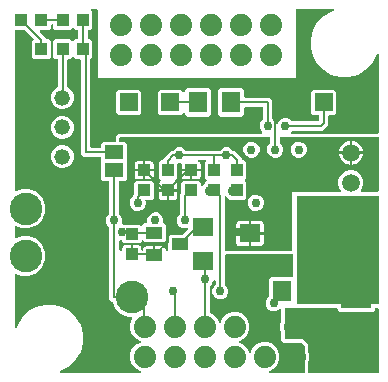
<source format=gbr>
G04 EAGLE Gerber RS-274X export*
G75*
%MOMM*%
%FSLAX34Y34*%
%LPD*%
%INTop Copper*%
%IPPOS*%
%AMOC8*
5,1,8,0,0,1.08239X$1,22.5*%
G01*
%ADD10R,1.000000X1.100000*%
%ADD11R,1.100000X1.000000*%
%ADD12C,1.320800*%
%ADD13R,1.508000X1.508000*%
%ADD14C,1.508000*%
%ADD15R,1.600000X1.800000*%
%ADD16R,1.800000X1.600000*%
%ADD17R,1.803000X1.600000*%
%ADD18R,1.400000X1.000000*%
%ADD19R,2.540000X2.540000*%
%ADD20R,1.600000X1.803000*%
%ADD21R,1.500000X1.500000*%
%ADD22C,2.760000*%
%ADD23C,1.879600*%
%ADD24R,1.600200X1.168400*%
%ADD25C,0.203200*%
%ADD26C,0.756400*%
%ADD27C,0.200000*%

G36*
X116683Y10935D02*
X116683Y10935D01*
X116770Y10938D01*
X116822Y10955D01*
X116876Y10963D01*
X116955Y10998D01*
X117038Y11025D01*
X117083Y11056D01*
X117133Y11079D01*
X117199Y11135D01*
X117271Y11184D01*
X117306Y11226D01*
X117347Y11262D01*
X117395Y11335D01*
X117450Y11402D01*
X117472Y11452D01*
X117502Y11498D01*
X117527Y11581D01*
X117561Y11661D01*
X117568Y11715D01*
X117584Y11768D01*
X117585Y11855D01*
X117596Y11941D01*
X117587Y11995D01*
X117588Y12050D01*
X117565Y12134D01*
X117551Y12219D01*
X117527Y12269D01*
X117513Y12322D01*
X117467Y12396D01*
X117430Y12474D01*
X117393Y12515D01*
X117365Y12562D01*
X117300Y12620D01*
X117242Y12685D01*
X117199Y12711D01*
X117155Y12751D01*
X117053Y12800D01*
X116979Y12845D01*
X113977Y14089D01*
X110489Y17577D01*
X108601Y22134D01*
X108601Y27066D01*
X110489Y31623D01*
X113977Y35111D01*
X117032Y36377D01*
X117060Y36393D01*
X117091Y36403D01*
X117181Y36465D01*
X117275Y36520D01*
X117297Y36544D01*
X117324Y36562D01*
X117393Y36647D01*
X117468Y36726D01*
X117483Y36755D01*
X117503Y36780D01*
X117546Y36880D01*
X117596Y36978D01*
X117602Y37009D01*
X117614Y37039D01*
X117628Y37147D01*
X117648Y37255D01*
X117645Y37287D01*
X117649Y37319D01*
X117632Y37427D01*
X117621Y37535D01*
X117609Y37565D01*
X117604Y37597D01*
X117557Y37696D01*
X117517Y37797D01*
X117497Y37823D01*
X117483Y37852D01*
X117410Y37934D01*
X117343Y38020D01*
X117317Y38039D01*
X117296Y38063D01*
X117218Y38110D01*
X117114Y38185D01*
X117069Y38201D01*
X117032Y38223D01*
X113977Y39489D01*
X110489Y42977D01*
X108601Y47534D01*
X108601Y52466D01*
X110404Y56818D01*
X110433Y56932D01*
X110468Y57046D01*
X110468Y57069D01*
X110474Y57091D01*
X110470Y57209D01*
X110472Y57328D01*
X110465Y57350D01*
X110465Y57373D01*
X110428Y57485D01*
X110396Y57600D01*
X110384Y57619D01*
X110377Y57641D01*
X110311Y57739D01*
X110248Y57840D01*
X110231Y57855D01*
X110218Y57874D01*
X110127Y57949D01*
X110039Y58029D01*
X110018Y58039D01*
X110001Y58053D01*
X109892Y58100D01*
X109785Y58152D01*
X109764Y58155D01*
X109742Y58165D01*
X109557Y58187D01*
X109480Y58199D01*
X106658Y58199D01*
X100483Y60757D01*
X95757Y65483D01*
X93656Y70556D01*
X93634Y70592D01*
X93621Y70631D01*
X93570Y70701D01*
X93512Y70799D01*
X93469Y70839D01*
X93439Y70880D01*
X90983Y73336D01*
X90983Y134011D01*
X90970Y134106D01*
X90965Y134202D01*
X90950Y134245D01*
X90943Y134290D01*
X90904Y134377D01*
X90872Y134468D01*
X90847Y134503D01*
X90827Y134547D01*
X90744Y134644D01*
X90691Y134717D01*
X89250Y136158D01*
X88217Y138651D01*
X88217Y141349D01*
X89250Y143842D01*
X90691Y145283D01*
X90748Y145360D01*
X90813Y145431D01*
X90833Y145472D01*
X90860Y145508D01*
X90894Y145598D01*
X90936Y145685D01*
X90942Y145727D01*
X90959Y145772D01*
X90969Y145900D01*
X90983Y145989D01*
X90983Y172538D01*
X90974Y172602D01*
X90975Y172666D01*
X90954Y172741D01*
X90943Y172817D01*
X90917Y172876D01*
X90900Y172938D01*
X90859Y173004D01*
X90827Y173074D01*
X90785Y173123D01*
X90752Y173178D01*
X90694Y173230D01*
X90644Y173288D01*
X90590Y173324D01*
X90542Y173367D01*
X90473Y173400D01*
X90408Y173443D01*
X90346Y173462D01*
X90289Y173490D01*
X90219Y173501D01*
X90138Y173525D01*
X90053Y173526D01*
X89984Y173537D01*
X85756Y173537D01*
X83998Y175295D01*
X83998Y189525D01*
X84019Y189579D01*
X84050Y189635D01*
X84068Y189710D01*
X84096Y189783D01*
X84100Y189847D01*
X84115Y189909D01*
X84111Y189987D01*
X84117Y190064D01*
X84104Y190127D01*
X84101Y190191D01*
X84076Y190264D01*
X84060Y190340D01*
X84030Y190397D01*
X84008Y190458D01*
X83998Y190472D01*
X83998Y192604D01*
X83989Y192668D01*
X83990Y192732D01*
X83969Y192807D01*
X83958Y192883D01*
X83932Y192942D01*
X83915Y193004D01*
X83874Y193070D01*
X83842Y193140D01*
X83800Y193189D01*
X83767Y193244D01*
X83709Y193296D01*
X83659Y193354D01*
X83605Y193390D01*
X83557Y193433D01*
X83488Y193466D01*
X83423Y193509D01*
X83361Y193528D01*
X83304Y193556D01*
X83234Y193567D01*
X83153Y193591D01*
X83068Y193592D01*
X82999Y193603D01*
X69216Y193603D01*
X66863Y195956D01*
X66863Y275500D01*
X66854Y275564D01*
X66855Y275628D01*
X66834Y275703D01*
X66823Y275779D01*
X66797Y275838D01*
X66780Y275900D01*
X66739Y275966D01*
X66707Y276036D01*
X66665Y276085D01*
X66632Y276140D01*
X66574Y276192D01*
X66524Y276250D01*
X66470Y276286D01*
X66422Y276329D01*
X66353Y276362D01*
X66288Y276405D01*
X66226Y276424D01*
X66169Y276452D01*
X66099Y276463D01*
X66018Y276487D01*
X65933Y276488D01*
X65864Y276499D01*
X62257Y276499D01*
X60707Y278050D01*
X60655Y278088D01*
X60610Y278134D01*
X60543Y278173D01*
X60481Y278219D01*
X60421Y278242D01*
X60365Y278273D01*
X60290Y278291D01*
X60217Y278319D01*
X60153Y278324D01*
X60091Y278338D01*
X60013Y278334D01*
X59936Y278340D01*
X59873Y278327D01*
X59809Y278324D01*
X59736Y278299D01*
X59660Y278283D01*
X59603Y278253D01*
X59542Y278231D01*
X59486Y278190D01*
X59411Y278150D01*
X59350Y278091D01*
X59293Y278050D01*
X57743Y276499D01*
X56516Y276499D01*
X56452Y276490D01*
X56388Y276491D01*
X56313Y276470D01*
X56237Y276459D01*
X56178Y276433D01*
X56116Y276416D01*
X56050Y276375D01*
X55980Y276343D01*
X55931Y276301D01*
X55876Y276268D01*
X55824Y276210D01*
X55766Y276160D01*
X55730Y276106D01*
X55687Y276058D01*
X55654Y275989D01*
X55611Y275924D01*
X55592Y275862D01*
X55564Y275805D01*
X55553Y275735D01*
X55529Y275654D01*
X55528Y275569D01*
X55517Y275500D01*
X55517Y253231D01*
X55518Y253221D01*
X55517Y253212D01*
X55538Y253082D01*
X55557Y252952D01*
X55560Y252943D01*
X55562Y252934D01*
X55619Y252815D01*
X55673Y252695D01*
X55679Y252688D01*
X55683Y252679D01*
X55771Y252580D01*
X55856Y252480D01*
X55864Y252475D01*
X55870Y252468D01*
X55936Y252428D01*
X56092Y252326D01*
X56115Y252319D01*
X56134Y252308D01*
X56441Y252180D01*
X59142Y249479D01*
X60605Y245948D01*
X60605Y242127D01*
X59142Y238597D01*
X56441Y235896D01*
X52910Y234433D01*
X49090Y234433D01*
X45559Y235896D01*
X42858Y238597D01*
X41395Y242127D01*
X41395Y245948D01*
X42858Y249479D01*
X45559Y252181D01*
X46866Y252722D01*
X46874Y252727D01*
X46884Y252729D01*
X46997Y252799D01*
X47109Y252866D01*
X47116Y252872D01*
X47124Y252877D01*
X47212Y252975D01*
X47302Y253071D01*
X47306Y253080D01*
X47313Y253087D01*
X47370Y253205D01*
X47430Y253323D01*
X47432Y253332D01*
X47436Y253340D01*
X47448Y253416D01*
X47482Y253600D01*
X47480Y253624D01*
X47483Y253645D01*
X47483Y275500D01*
X47474Y275564D01*
X47475Y275628D01*
X47454Y275703D01*
X47443Y275779D01*
X47417Y275838D01*
X47400Y275900D01*
X47359Y275966D01*
X47327Y276036D01*
X47285Y276085D01*
X47252Y276140D01*
X47194Y276192D01*
X47144Y276250D01*
X47090Y276286D01*
X47042Y276329D01*
X46973Y276362D01*
X46908Y276405D01*
X46846Y276424D01*
X46789Y276452D01*
X46719Y276463D01*
X46638Y276487D01*
X46553Y276488D01*
X46484Y276499D01*
X45257Y276499D01*
X43499Y278257D01*
X43499Y291743D01*
X45257Y293501D01*
X57743Y293501D01*
X59293Y291950D01*
X59345Y291912D01*
X59390Y291866D01*
X59457Y291827D01*
X59519Y291781D01*
X59579Y291758D01*
X59635Y291727D01*
X59710Y291709D01*
X59783Y291681D01*
X59847Y291676D01*
X59910Y291662D01*
X59987Y291666D01*
X60064Y291660D01*
X60127Y291673D01*
X60191Y291676D01*
X60264Y291701D01*
X60340Y291717D01*
X60397Y291747D01*
X60458Y291769D01*
X60514Y291810D01*
X60589Y291850D01*
X60650Y291909D01*
X60707Y291950D01*
X62257Y293501D01*
X63484Y293501D01*
X63548Y293510D01*
X63612Y293509D01*
X63687Y293530D01*
X63763Y293541D01*
X63822Y293567D01*
X63884Y293584D01*
X63950Y293625D01*
X64020Y293657D01*
X64069Y293699D01*
X64124Y293732D01*
X64176Y293790D01*
X64234Y293840D01*
X64270Y293894D01*
X64313Y293942D01*
X64346Y294011D01*
X64389Y294076D01*
X64408Y294138D01*
X64436Y294195D01*
X64447Y294265D01*
X64471Y294346D01*
X64472Y294431D01*
X64483Y294500D01*
X64483Y300500D01*
X64474Y300564D01*
X64475Y300628D01*
X64454Y300703D01*
X64443Y300779D01*
X64417Y300838D01*
X64400Y300900D01*
X64359Y300966D01*
X64327Y301036D01*
X64285Y301085D01*
X64252Y301140D01*
X64194Y301192D01*
X64144Y301250D01*
X64090Y301286D01*
X64042Y301329D01*
X63973Y301362D01*
X63908Y301405D01*
X63846Y301424D01*
X63789Y301452D01*
X63719Y301463D01*
X63638Y301487D01*
X63553Y301488D01*
X63484Y301499D01*
X62257Y301499D01*
X60707Y303050D01*
X60655Y303088D01*
X60610Y303134D01*
X60543Y303173D01*
X60481Y303219D01*
X60421Y303242D01*
X60365Y303273D01*
X60290Y303291D01*
X60217Y303319D01*
X60153Y303324D01*
X60091Y303338D01*
X60013Y303334D01*
X59936Y303340D01*
X59873Y303327D01*
X59809Y303324D01*
X59736Y303299D01*
X59660Y303283D01*
X59603Y303253D01*
X59542Y303231D01*
X59486Y303190D01*
X59411Y303150D01*
X59350Y303091D01*
X59293Y303050D01*
X57743Y301499D01*
X45257Y301499D01*
X43499Y303257D01*
X43499Y304984D01*
X43490Y305048D01*
X43491Y305112D01*
X43470Y305187D01*
X43459Y305263D01*
X43433Y305322D01*
X43416Y305384D01*
X43375Y305450D01*
X43343Y305520D01*
X43301Y305569D01*
X43268Y305624D01*
X43210Y305676D01*
X43160Y305734D01*
X43106Y305770D01*
X43058Y305813D01*
X42989Y305846D01*
X42924Y305889D01*
X42862Y305908D01*
X42805Y305936D01*
X42735Y305947D01*
X42654Y305971D01*
X42569Y305972D01*
X42500Y305983D01*
X42436Y305974D01*
X42372Y305975D01*
X42297Y305954D01*
X42221Y305943D01*
X42162Y305917D01*
X42100Y305900D01*
X42034Y305859D01*
X41964Y305827D01*
X41915Y305785D01*
X41860Y305752D01*
X41808Y305694D01*
X41750Y305644D01*
X41714Y305590D01*
X41671Y305542D01*
X41638Y305473D01*
X41595Y305408D01*
X41576Y305346D01*
X41548Y305289D01*
X41537Y305219D01*
X41513Y305138D01*
X41512Y305053D01*
X41501Y304984D01*
X41501Y303257D01*
X39743Y301499D01*
X33094Y301499D01*
X33062Y301495D01*
X33030Y301497D01*
X32923Y301475D01*
X32814Y301459D01*
X32785Y301446D01*
X32753Y301440D01*
X32657Y301388D01*
X32557Y301343D01*
X32533Y301322D01*
X32505Y301307D01*
X32426Y301231D01*
X32343Y301160D01*
X32326Y301133D01*
X32302Y301110D01*
X32249Y301015D01*
X32189Y300924D01*
X32179Y300893D01*
X32163Y300865D01*
X32138Y300758D01*
X32106Y300654D01*
X32106Y300622D01*
X32098Y300591D01*
X32104Y300481D01*
X32103Y300372D01*
X32111Y300341D01*
X32113Y300309D01*
X32149Y300206D01*
X32178Y300100D01*
X32195Y300073D01*
X32205Y300042D01*
X32259Y299969D01*
X32326Y299860D01*
X32362Y299828D01*
X32387Y299793D01*
X37517Y294664D01*
X37517Y294500D01*
X37526Y294436D01*
X37525Y294372D01*
X37546Y294297D01*
X37557Y294221D01*
X37583Y294162D01*
X37600Y294100D01*
X37641Y294034D01*
X37673Y293964D01*
X37715Y293915D01*
X37748Y293860D01*
X37806Y293808D01*
X37856Y293750D01*
X37910Y293714D01*
X37958Y293671D01*
X38027Y293638D01*
X38092Y293595D01*
X38154Y293576D01*
X38211Y293548D01*
X38281Y293537D01*
X38362Y293513D01*
X38447Y293512D01*
X38516Y293501D01*
X39743Y293501D01*
X41501Y291743D01*
X41501Y278257D01*
X39743Y276499D01*
X27257Y276499D01*
X25499Y278257D01*
X25499Y291743D01*
X26581Y292825D01*
X26620Y292876D01*
X26666Y292921D01*
X26704Y292989D01*
X26751Y293051D01*
X26773Y293111D01*
X26805Y293167D01*
X26823Y293242D01*
X26850Y293314D01*
X26855Y293378D01*
X26870Y293441D01*
X26866Y293519D01*
X26872Y293596D01*
X26859Y293658D01*
X26856Y293723D01*
X26830Y293796D01*
X26814Y293872D01*
X26784Y293929D01*
X26763Y293989D01*
X26722Y294046D01*
X26682Y294121D01*
X26623Y294182D01*
X26581Y294238D01*
X19613Y301207D01*
X19536Y301264D01*
X19465Y301329D01*
X19424Y301349D01*
X19387Y301376D01*
X19297Y301410D01*
X19211Y301452D01*
X19169Y301458D01*
X19123Y301475D01*
X18996Y301485D01*
X18906Y301499D01*
X11922Y301499D01*
X11858Y301490D01*
X11794Y301491D01*
X11719Y301470D01*
X11643Y301459D01*
X11584Y301433D01*
X11522Y301416D01*
X11456Y301375D01*
X11386Y301343D01*
X11337Y301301D01*
X11282Y301268D01*
X11230Y301210D01*
X11172Y301160D01*
X11136Y301106D01*
X11093Y301058D01*
X11060Y300989D01*
X11017Y300924D01*
X10998Y300862D01*
X10970Y300805D01*
X10959Y300735D01*
X10935Y300654D01*
X10934Y300569D01*
X10923Y300500D01*
X10923Y165921D01*
X10939Y165803D01*
X10951Y165685D01*
X10959Y165664D01*
X10963Y165641D01*
X11011Y165533D01*
X11055Y165423D01*
X11069Y165405D01*
X11079Y165384D01*
X11156Y165294D01*
X11229Y165201D01*
X11247Y165187D01*
X11262Y165170D01*
X11361Y165105D01*
X11458Y165036D01*
X11479Y165028D01*
X11498Y165016D01*
X11612Y164981D01*
X11723Y164941D01*
X11746Y164940D01*
X11768Y164933D01*
X11886Y164932D01*
X12005Y164925D01*
X12026Y164930D01*
X12050Y164930D01*
X12229Y164979D01*
X12304Y164997D01*
X16658Y166801D01*
X23342Y166801D01*
X29517Y164243D01*
X34243Y159517D01*
X36801Y153342D01*
X36801Y146658D01*
X34243Y140483D01*
X29517Y135757D01*
X23342Y133199D01*
X16658Y133199D01*
X12304Y135003D01*
X12190Y135032D01*
X12076Y135067D01*
X12053Y135067D01*
X12031Y135073D01*
X11913Y135069D01*
X11794Y135070D01*
X11772Y135064D01*
X11749Y135064D01*
X11637Y135027D01*
X11522Y134995D01*
X11503Y134983D01*
X11481Y134976D01*
X11383Y134909D01*
X11282Y134847D01*
X11267Y134830D01*
X11248Y134817D01*
X11173Y134726D01*
X11093Y134638D01*
X11083Y134617D01*
X11069Y134600D01*
X11022Y134490D01*
X10970Y134384D01*
X10967Y134363D01*
X10957Y134341D01*
X10935Y134156D01*
X10923Y134079D01*
X10923Y125921D01*
X10939Y125803D01*
X10951Y125685D01*
X10959Y125664D01*
X10963Y125641D01*
X11011Y125533D01*
X11055Y125423D01*
X11069Y125405D01*
X11079Y125384D01*
X11156Y125294D01*
X11229Y125201D01*
X11247Y125187D01*
X11262Y125170D01*
X11361Y125105D01*
X11458Y125036D01*
X11479Y125028D01*
X11498Y125016D01*
X11612Y124981D01*
X11723Y124941D01*
X11746Y124940D01*
X11768Y124933D01*
X11886Y124932D01*
X12005Y124925D01*
X12026Y124930D01*
X12050Y124930D01*
X12229Y124979D01*
X12304Y124997D01*
X16658Y126801D01*
X23342Y126801D01*
X29517Y124243D01*
X34243Y119517D01*
X36801Y113342D01*
X36801Y106658D01*
X34243Y100483D01*
X29517Y95757D01*
X23342Y93199D01*
X16658Y93199D01*
X12304Y95003D01*
X12190Y95032D01*
X12076Y95067D01*
X12053Y95067D01*
X12031Y95073D01*
X11913Y95069D01*
X11794Y95070D01*
X11772Y95064D01*
X11749Y95064D01*
X11637Y95027D01*
X11522Y94995D01*
X11503Y94983D01*
X11481Y94976D01*
X11383Y94909D01*
X11282Y94847D01*
X11267Y94830D01*
X11248Y94817D01*
X11173Y94726D01*
X11093Y94638D01*
X11083Y94617D01*
X11069Y94600D01*
X11022Y94491D01*
X10970Y94384D01*
X10967Y94363D01*
X10957Y94341D01*
X10935Y94156D01*
X10923Y94079D01*
X10923Y49809D01*
X10924Y49798D01*
X10923Y49787D01*
X10944Y49658D01*
X10963Y49529D01*
X10967Y49520D01*
X10969Y49509D01*
X11025Y49391D01*
X11079Y49273D01*
X11086Y49264D01*
X11090Y49255D01*
X11178Y49157D01*
X11262Y49058D01*
X11271Y49052D01*
X11278Y49044D01*
X11389Y48975D01*
X11498Y48904D01*
X11508Y48901D01*
X11518Y48895D01*
X11643Y48860D01*
X11768Y48821D01*
X11779Y48821D01*
X11789Y48818D01*
X11920Y48819D01*
X12050Y48818D01*
X12060Y48821D01*
X12071Y48821D01*
X12195Y48858D01*
X12322Y48893D01*
X12331Y48899D01*
X12341Y48902D01*
X12450Y48972D01*
X12562Y49041D01*
X12569Y49049D01*
X12578Y49055D01*
X12663Y49153D01*
X12751Y49250D01*
X12755Y49260D01*
X12762Y49268D01*
X12795Y49342D01*
X12874Y49504D01*
X12877Y49528D01*
X12887Y49550D01*
X13292Y51063D01*
X17066Y57598D01*
X22402Y62934D01*
X28937Y66708D01*
X36227Y68661D01*
X43773Y68661D01*
X51063Y66708D01*
X57598Y62934D01*
X62934Y57598D01*
X66708Y51063D01*
X68661Y43773D01*
X68661Y36227D01*
X66708Y28937D01*
X62934Y22402D01*
X57598Y17066D01*
X51063Y13292D01*
X49550Y12887D01*
X49540Y12883D01*
X49529Y12881D01*
X49411Y12828D01*
X49291Y12776D01*
X49282Y12770D01*
X49273Y12765D01*
X49173Y12680D01*
X49073Y12598D01*
X49067Y12589D01*
X49058Y12582D01*
X48986Y12472D01*
X48913Y12365D01*
X48910Y12355D01*
X48904Y12346D01*
X48866Y12221D01*
X48825Y12097D01*
X48825Y12086D01*
X48821Y12076D01*
X48820Y11946D01*
X48815Y11815D01*
X48818Y11805D01*
X48818Y11794D01*
X48852Y11668D01*
X48885Y11542D01*
X48890Y11533D01*
X48893Y11522D01*
X48961Y11411D01*
X49028Y11299D01*
X49035Y11292D01*
X49041Y11282D01*
X49138Y11195D01*
X49233Y11105D01*
X49242Y11101D01*
X49250Y11093D01*
X49367Y11037D01*
X49484Y10977D01*
X49494Y10975D01*
X49504Y10970D01*
X49583Y10958D01*
X49761Y10924D01*
X49785Y10926D01*
X49809Y10923D01*
X116597Y10923D01*
X116683Y10935D01*
G37*
G36*
X83063Y201646D02*
X83063Y201646D01*
X83127Y201645D01*
X83202Y201666D01*
X83278Y201677D01*
X83337Y201703D01*
X83399Y201720D01*
X83465Y201761D01*
X83535Y201793D01*
X83584Y201835D01*
X83639Y201868D01*
X83691Y201926D01*
X83749Y201976D01*
X83785Y202030D01*
X83828Y202078D01*
X83861Y202147D01*
X83904Y202212D01*
X83923Y202274D01*
X83951Y202331D01*
X83962Y202401D01*
X83986Y202482D01*
X83987Y202567D01*
X83998Y202636D01*
X83998Y204705D01*
X85756Y206463D01*
X95492Y206463D01*
X95556Y206472D01*
X95620Y206471D01*
X95695Y206492D01*
X95771Y206503D01*
X95830Y206529D01*
X95892Y206546D01*
X95958Y206587D01*
X96028Y206619D01*
X96077Y206661D01*
X96132Y206694D01*
X96184Y206752D01*
X96242Y206802D01*
X96278Y206856D01*
X96321Y206904D01*
X96354Y206973D01*
X96397Y207038D01*
X96416Y207100D01*
X96444Y207157D01*
X96455Y207227D01*
X96479Y207308D01*
X96480Y207393D01*
X96491Y207462D01*
X96491Y211453D01*
X98547Y213509D01*
X219487Y213509D01*
X219519Y213513D01*
X219551Y213511D01*
X219658Y213533D01*
X219766Y213549D01*
X219795Y213562D01*
X219827Y213568D01*
X219923Y213620D01*
X220023Y213665D01*
X220047Y213686D01*
X220076Y213701D01*
X220154Y213777D01*
X220237Y213848D01*
X220255Y213875D01*
X220278Y213898D01*
X220332Y213993D01*
X220392Y214084D01*
X220401Y214115D01*
X220417Y214143D01*
X220442Y214249D01*
X220474Y214354D01*
X220474Y214386D01*
X220482Y214417D01*
X220476Y214527D01*
X220478Y214636D01*
X220469Y214667D01*
X220467Y214699D01*
X220432Y214802D01*
X220402Y214908D01*
X220386Y214935D01*
X220375Y214966D01*
X220322Y215039D01*
X220254Y215148D01*
X220218Y215180D01*
X220193Y215215D01*
X219250Y216158D01*
X218217Y218651D01*
X218217Y221349D01*
X219250Y223842D01*
X220707Y225299D01*
X220764Y225376D01*
X220829Y225447D01*
X220849Y225488D01*
X220876Y225524D01*
X220910Y225614D01*
X220952Y225701D01*
X220958Y225743D01*
X220975Y225788D01*
X220985Y225916D01*
X220999Y226005D01*
X220999Y235000D01*
X220990Y235064D01*
X220991Y235128D01*
X220970Y235203D01*
X220959Y235279D01*
X220933Y235338D01*
X220916Y235400D01*
X220875Y235466D01*
X220843Y235536D01*
X220801Y235585D01*
X220768Y235640D01*
X220710Y235692D01*
X220660Y235750D01*
X220606Y235786D01*
X220558Y235829D01*
X220489Y235862D01*
X220424Y235905D01*
X220362Y235924D01*
X220305Y235952D01*
X220235Y235963D01*
X220154Y235987D01*
X220069Y235988D01*
X220000Y235999D01*
X206220Y235999D01*
X206156Y235990D01*
X206092Y235991D01*
X206017Y235970D01*
X205941Y235959D01*
X205882Y235933D01*
X205820Y235916D01*
X205754Y235875D01*
X205684Y235843D01*
X205635Y235801D01*
X205580Y235768D01*
X205528Y235710D01*
X205470Y235660D01*
X205434Y235606D01*
X205391Y235558D01*
X205358Y235489D01*
X205315Y235424D01*
X205296Y235362D01*
X205268Y235305D01*
X205257Y235235D01*
X205233Y235154D01*
X205232Y235069D01*
X205221Y235000D01*
X205221Y229742D01*
X203463Y227984D01*
X184977Y227984D01*
X183219Y229742D01*
X183219Y250258D01*
X184977Y252016D01*
X203463Y252016D01*
X205221Y250258D01*
X205221Y245000D01*
X205230Y244936D01*
X205229Y244872D01*
X205250Y244797D01*
X205261Y244721D01*
X205287Y244662D01*
X205304Y244600D01*
X205345Y244534D01*
X205377Y244464D01*
X205419Y244415D01*
X205452Y244360D01*
X205510Y244308D01*
X205560Y244250D01*
X205614Y244214D01*
X205662Y244171D01*
X205731Y244138D01*
X205796Y244095D01*
X205858Y244076D01*
X205915Y244048D01*
X205985Y244037D01*
X206066Y244013D01*
X206151Y244012D01*
X206220Y244001D01*
X226657Y244001D01*
X229001Y241657D01*
X229001Y226005D01*
X229014Y225910D01*
X229019Y225814D01*
X229034Y225771D01*
X229041Y225726D01*
X229080Y225639D01*
X229112Y225548D01*
X229137Y225513D01*
X229157Y225469D01*
X229240Y225372D01*
X229293Y225299D01*
X230750Y223842D01*
X231577Y221846D01*
X231593Y221819D01*
X231603Y221788D01*
X231665Y221697D01*
X231720Y221604D01*
X231744Y221582D01*
X231762Y221555D01*
X231846Y221485D01*
X231926Y221411D01*
X231955Y221396D01*
X231980Y221376D01*
X232080Y221332D01*
X232178Y221283D01*
X232209Y221277D01*
X232239Y221264D01*
X232347Y221251D01*
X232455Y221230D01*
X232487Y221234D01*
X232519Y221230D01*
X232627Y221247D01*
X232735Y221258D01*
X232765Y221270D01*
X232797Y221275D01*
X232896Y221322D01*
X232997Y221362D01*
X233023Y221382D01*
X233052Y221396D01*
X233134Y221468D01*
X233220Y221536D01*
X233239Y221562D01*
X233263Y221583D01*
X233310Y221660D01*
X233385Y221764D01*
X233401Y221810D01*
X233423Y221846D01*
X234250Y223842D01*
X236158Y225750D01*
X238651Y226783D01*
X241349Y226783D01*
X243842Y225750D01*
X245299Y224293D01*
X245376Y224236D01*
X245447Y224171D01*
X245488Y224151D01*
X245524Y224124D01*
X245614Y224090D01*
X245701Y224048D01*
X245743Y224042D01*
X245788Y224025D01*
X245916Y224015D01*
X246005Y224001D01*
X267500Y224001D01*
X267564Y224010D01*
X267628Y224009D01*
X267703Y224030D01*
X267779Y224041D01*
X267838Y224067D01*
X267900Y224084D01*
X267966Y224125D01*
X268036Y224157D01*
X268085Y224199D01*
X268140Y224232D01*
X268192Y224290D01*
X268250Y224340D01*
X268286Y224394D01*
X268329Y224442D01*
X268362Y224511D01*
X268405Y224576D01*
X268424Y224638D01*
X268452Y224695D01*
X268463Y224765D01*
X268487Y224846D01*
X268488Y224931D01*
X268499Y225000D01*
X268499Y228500D01*
X268490Y228564D01*
X268491Y228628D01*
X268470Y228703D01*
X268459Y228779D01*
X268433Y228838D01*
X268416Y228900D01*
X268375Y228966D01*
X268343Y229036D01*
X268301Y229085D01*
X268268Y229140D01*
X268210Y229192D01*
X268160Y229250D01*
X268106Y229286D01*
X268058Y229329D01*
X267989Y229362D01*
X267924Y229405D01*
X267862Y229424D01*
X267805Y229452D01*
X267735Y229463D01*
X267654Y229487D01*
X267569Y229488D01*
X267500Y229499D01*
X263757Y229499D01*
X261999Y231257D01*
X261999Y248743D01*
X263757Y250501D01*
X281243Y250501D01*
X283001Y248743D01*
X283001Y231257D01*
X281243Y229499D01*
X277500Y229499D01*
X277436Y229490D01*
X277372Y229491D01*
X277297Y229470D01*
X277221Y229459D01*
X277162Y229433D01*
X277100Y229416D01*
X277034Y229375D01*
X276964Y229343D01*
X276915Y229301D01*
X276860Y229268D01*
X276808Y229210D01*
X276750Y229160D01*
X276714Y229106D01*
X276671Y229058D01*
X276638Y228989D01*
X276595Y228924D01*
X276576Y228862D01*
X276548Y228805D01*
X276537Y228735D01*
X276513Y228654D01*
X276512Y228569D01*
X276501Y228500D01*
X276501Y220843D01*
X271657Y215999D01*
X246005Y215999D01*
X245910Y215986D01*
X245814Y215981D01*
X245771Y215966D01*
X245726Y215959D01*
X245639Y215920D01*
X245548Y215888D01*
X245513Y215863D01*
X245469Y215843D01*
X245372Y215760D01*
X245299Y215707D01*
X244807Y215215D01*
X244787Y215189D01*
X244763Y215168D01*
X244703Y215076D01*
X244638Y214989D01*
X244626Y214959D01*
X244608Y214932D01*
X244577Y214827D01*
X244538Y214725D01*
X244535Y214693D01*
X244526Y214662D01*
X244525Y214553D01*
X244516Y214444D01*
X244523Y214412D01*
X244522Y214380D01*
X244551Y214275D01*
X244574Y214168D01*
X244589Y214139D01*
X244598Y214108D01*
X244655Y214015D01*
X244706Y213919D01*
X244729Y213896D01*
X244746Y213868D01*
X244827Y213795D01*
X244903Y213717D01*
X244931Y213701D01*
X244955Y213679D01*
X245053Y213632D01*
X245148Y213578D01*
X245180Y213570D01*
X245209Y213556D01*
X245298Y213542D01*
X245423Y213513D01*
X245471Y213515D01*
X245513Y213509D01*
X318078Y213509D01*
X318142Y213518D01*
X318206Y213517D01*
X318281Y213538D01*
X318357Y213549D01*
X318416Y213575D01*
X318478Y213592D01*
X318544Y213633D01*
X318614Y213665D01*
X318663Y213707D01*
X318718Y213740D01*
X318770Y213798D01*
X318828Y213848D01*
X318864Y213902D01*
X318907Y213950D01*
X318940Y214019D01*
X318983Y214084D01*
X319002Y214146D01*
X319030Y214203D01*
X319041Y214273D01*
X319065Y214354D01*
X319066Y214439D01*
X319077Y214508D01*
X319077Y280191D01*
X319076Y280202D01*
X319077Y280213D01*
X319056Y280342D01*
X319037Y280471D01*
X319033Y280480D01*
X319031Y280491D01*
X318975Y280609D01*
X318921Y280727D01*
X318914Y280736D01*
X318910Y280745D01*
X318822Y280843D01*
X318738Y280942D01*
X318729Y280948D01*
X318722Y280956D01*
X318611Y281025D01*
X318502Y281096D01*
X318492Y281099D01*
X318482Y281105D01*
X318357Y281140D01*
X318232Y281179D01*
X318221Y281179D01*
X318211Y281182D01*
X318080Y281181D01*
X317950Y281182D01*
X317940Y281179D01*
X317929Y281179D01*
X317805Y281142D01*
X317678Y281107D01*
X317669Y281101D01*
X317659Y281098D01*
X317550Y281028D01*
X317438Y280959D01*
X317431Y280951D01*
X317422Y280945D01*
X317337Y280847D01*
X317249Y280750D01*
X317245Y280740D01*
X317238Y280732D01*
X317205Y280658D01*
X317126Y280496D01*
X317123Y280472D01*
X317113Y280450D01*
X316708Y278937D01*
X312934Y272402D01*
X307598Y267066D01*
X301063Y263292D01*
X293773Y261339D01*
X286227Y261339D01*
X278937Y263292D01*
X272402Y267066D01*
X267066Y272402D01*
X263292Y278937D01*
X261339Y286227D01*
X261339Y293773D01*
X263292Y301063D01*
X267066Y307598D01*
X272402Y312934D01*
X278937Y316708D01*
X280450Y317113D01*
X280460Y317117D01*
X280471Y317119D01*
X280589Y317172D01*
X280709Y317224D01*
X280718Y317230D01*
X280727Y317235D01*
X280827Y317320D01*
X280927Y317402D01*
X280933Y317411D01*
X280942Y317418D01*
X281014Y317528D01*
X281087Y317635D01*
X281090Y317645D01*
X281096Y317654D01*
X281134Y317779D01*
X281175Y317903D01*
X281175Y317914D01*
X281179Y317924D01*
X281180Y318054D01*
X281185Y318185D01*
X281182Y318195D01*
X281182Y318206D01*
X281148Y318332D01*
X281115Y318458D01*
X281110Y318467D01*
X281107Y318478D01*
X281039Y318589D01*
X280972Y318701D01*
X280965Y318708D01*
X280959Y318718D01*
X280862Y318805D01*
X280767Y318895D01*
X280758Y318899D01*
X280750Y318907D01*
X280633Y318963D01*
X280516Y319023D01*
X280506Y319025D01*
X280496Y319030D01*
X280417Y319042D01*
X280239Y319076D01*
X280215Y319074D01*
X280191Y319077D01*
X250000Y319077D01*
X249936Y319068D01*
X249872Y319069D01*
X249797Y319048D01*
X249721Y319037D01*
X249662Y319011D01*
X249600Y318994D01*
X249534Y318953D01*
X249464Y318921D01*
X249415Y318879D01*
X249360Y318846D01*
X249308Y318788D01*
X249250Y318738D01*
X249214Y318684D01*
X249171Y318636D01*
X249138Y318567D01*
X249095Y318502D01*
X249076Y318440D01*
X249048Y318383D01*
X249037Y318313D01*
X249013Y318232D01*
X249012Y318147D01*
X249001Y318078D01*
X249001Y260999D01*
X80999Y260999D01*
X80999Y318078D01*
X80990Y318142D01*
X80991Y318206D01*
X80970Y318281D01*
X80959Y318357D01*
X80933Y318416D01*
X80916Y318478D01*
X80875Y318544D01*
X80843Y318614D01*
X80801Y318663D01*
X80768Y318718D01*
X80710Y318770D01*
X80660Y318828D01*
X80606Y318864D01*
X80558Y318907D01*
X80489Y318940D01*
X80424Y318983D01*
X80362Y319002D01*
X80305Y319030D01*
X80235Y319041D01*
X80154Y319065D01*
X80069Y319066D01*
X80000Y319077D01*
X76579Y319077D01*
X76547Y319073D01*
X76515Y319075D01*
X76408Y319053D01*
X76300Y319037D01*
X76270Y319024D01*
X76239Y319018D01*
X76142Y318966D01*
X76043Y318921D01*
X76018Y318900D01*
X75990Y318885D01*
X75911Y318809D01*
X75828Y318738D01*
X75811Y318711D01*
X75788Y318688D01*
X75734Y318593D01*
X75674Y318502D01*
X75664Y318471D01*
X75649Y318443D01*
X75623Y318337D01*
X75592Y318232D01*
X75591Y318200D01*
X75584Y318169D01*
X75589Y318059D01*
X75588Y317950D01*
X75596Y317919D01*
X75598Y317887D01*
X75634Y317784D01*
X75663Y317678D01*
X75680Y317651D01*
X75690Y317620D01*
X75744Y317547D01*
X75811Y317438D01*
X75847Y317406D01*
X75872Y317371D01*
X76501Y316743D01*
X76501Y303257D01*
X74743Y301499D01*
X73516Y301499D01*
X73452Y301490D01*
X73388Y301491D01*
X73313Y301470D01*
X73237Y301459D01*
X73178Y301433D01*
X73116Y301416D01*
X73050Y301375D01*
X72980Y301343D01*
X72931Y301301D01*
X72876Y301268D01*
X72824Y301210D01*
X72766Y301160D01*
X72730Y301106D01*
X72687Y301058D01*
X72654Y300989D01*
X72611Y300924D01*
X72592Y300862D01*
X72564Y300805D01*
X72553Y300735D01*
X72529Y300654D01*
X72528Y300569D01*
X72517Y300500D01*
X72517Y294500D01*
X72526Y294436D01*
X72525Y294372D01*
X72546Y294297D01*
X72557Y294221D01*
X72583Y294162D01*
X72600Y294100D01*
X72641Y294034D01*
X72673Y293964D01*
X72715Y293915D01*
X72748Y293860D01*
X72806Y293808D01*
X72856Y293750D01*
X72910Y293714D01*
X72958Y293671D01*
X73027Y293638D01*
X73092Y293595D01*
X73154Y293576D01*
X73211Y293548D01*
X73281Y293537D01*
X73362Y293513D01*
X73447Y293512D01*
X73516Y293501D01*
X74743Y293501D01*
X76501Y291743D01*
X76501Y278257D01*
X75189Y276946D01*
X75132Y276869D01*
X75067Y276798D01*
X75047Y276757D01*
X75020Y276720D01*
X74986Y276630D01*
X74944Y276544D01*
X74938Y276502D01*
X74921Y276456D01*
X74911Y276329D01*
X74897Y276239D01*
X74897Y202636D01*
X74906Y202572D01*
X74905Y202508D01*
X74926Y202433D01*
X74937Y202357D01*
X74963Y202298D01*
X74980Y202236D01*
X75021Y202170D01*
X75053Y202100D01*
X75095Y202051D01*
X75128Y201996D01*
X75186Y201944D01*
X75236Y201886D01*
X75290Y201850D01*
X75338Y201807D01*
X75407Y201774D01*
X75472Y201731D01*
X75534Y201712D01*
X75591Y201684D01*
X75661Y201673D01*
X75742Y201649D01*
X75827Y201648D01*
X75896Y201637D01*
X82999Y201637D01*
X83063Y201646D01*
G37*
G36*
X101457Y114494D02*
X101457Y114494D01*
X101462Y114493D01*
X101555Y114514D01*
X101649Y114532D01*
X101653Y114535D01*
X101658Y114536D01*
X101736Y114592D01*
X101814Y114645D01*
X101817Y114649D01*
X101821Y114652D01*
X101872Y114734D01*
X101924Y114813D01*
X101924Y114818D01*
X101927Y114823D01*
X101959Y115000D01*
X101959Y116835D01*
X102132Y117481D01*
X102467Y118060D01*
X102940Y118533D01*
X103519Y118868D01*
X104165Y119041D01*
X108985Y119041D01*
X108985Y115000D01*
X108986Y114995D01*
X108985Y114990D01*
X109006Y114897D01*
X109024Y114804D01*
X109027Y114799D01*
X109028Y114794D01*
X109084Y114716D01*
X109137Y114638D01*
X109141Y114635D01*
X109144Y114631D01*
X109226Y114580D01*
X109305Y114528D01*
X109310Y114528D01*
X109315Y114525D01*
X109492Y114493D01*
X110508Y114493D01*
X110513Y114494D01*
X110518Y114493D01*
X110611Y114514D01*
X110704Y114532D01*
X110709Y114535D01*
X110714Y114536D01*
X110792Y114592D01*
X110870Y114645D01*
X110873Y114649D01*
X110877Y114652D01*
X110928Y114734D01*
X110979Y114813D01*
X110980Y114818D01*
X110983Y114823D01*
X111015Y115000D01*
X111015Y119041D01*
X115835Y119041D01*
X116481Y118868D01*
X117060Y118533D01*
X117533Y118060D01*
X117868Y117481D01*
X118041Y116835D01*
X118041Y115000D01*
X118042Y114995D01*
X118041Y114990D01*
X118062Y114897D01*
X118080Y114804D01*
X118083Y114799D01*
X118084Y114794D01*
X118140Y114716D01*
X118193Y114638D01*
X118197Y114635D01*
X118200Y114631D01*
X118282Y114580D01*
X118361Y114528D01*
X118366Y114528D01*
X118371Y114525D01*
X118548Y114493D01*
X118952Y114493D01*
X118957Y114494D01*
X118962Y114493D01*
X119055Y114514D01*
X119149Y114532D01*
X119153Y114535D01*
X119158Y114536D01*
X119236Y114592D01*
X119314Y114645D01*
X119317Y114649D01*
X119321Y114652D01*
X119372Y114734D01*
X119424Y114813D01*
X119424Y114818D01*
X119427Y114823D01*
X119459Y115000D01*
X119459Y115835D01*
X119632Y116481D01*
X119967Y117060D01*
X120440Y117533D01*
X121019Y117868D01*
X121665Y118041D01*
X127985Y118041D01*
X127985Y115000D01*
X127986Y114995D01*
X127985Y114990D01*
X128006Y114897D01*
X128024Y114804D01*
X128027Y114799D01*
X128028Y114794D01*
X128084Y114716D01*
X128137Y114638D01*
X128141Y114635D01*
X128144Y114631D01*
X128226Y114580D01*
X128305Y114528D01*
X128310Y114528D01*
X128315Y114525D01*
X128492Y114493D01*
X129508Y114493D01*
X129513Y114494D01*
X129518Y114493D01*
X129611Y114514D01*
X129704Y114532D01*
X129709Y114535D01*
X129714Y114536D01*
X129792Y114592D01*
X129870Y114645D01*
X129873Y114649D01*
X129877Y114652D01*
X129928Y114734D01*
X129979Y114813D01*
X129980Y114818D01*
X129983Y114823D01*
X130015Y115000D01*
X130015Y118041D01*
X136335Y118041D01*
X136981Y117868D01*
X137560Y117533D01*
X138033Y117060D01*
X138368Y116481D01*
X138541Y115835D01*
X138541Y115000D01*
X138542Y114995D01*
X138541Y114990D01*
X138562Y114897D01*
X138580Y114804D01*
X138583Y114799D01*
X138584Y114794D01*
X138640Y114716D01*
X138693Y114638D01*
X138697Y114635D01*
X138700Y114631D01*
X138782Y114580D01*
X138861Y114528D01*
X138866Y114528D01*
X138871Y114525D01*
X139048Y114493D01*
X140492Y114493D01*
X140497Y114494D01*
X140502Y114493D01*
X140595Y114514D01*
X140689Y114532D01*
X140693Y114535D01*
X140698Y114536D01*
X140776Y114592D01*
X140854Y114645D01*
X140857Y114649D01*
X140861Y114652D01*
X140912Y114734D01*
X140964Y114813D01*
X140964Y114818D01*
X140967Y114823D01*
X140999Y115000D01*
X140999Y126243D01*
X142757Y128001D01*
X153110Y128001D01*
X153118Y128002D01*
X153126Y128001D01*
X153215Y128022D01*
X153307Y128040D01*
X153313Y128045D01*
X153321Y128047D01*
X153469Y128149D01*
X157836Y132516D01*
X157840Y132523D01*
X157846Y132527D01*
X157895Y132606D01*
X157947Y132683D01*
X157948Y132691D01*
X157952Y132698D01*
X157984Y132875D01*
X157984Y133135D01*
X157983Y133139D01*
X157984Y133143D01*
X157964Y133237D01*
X157945Y133332D01*
X157942Y133335D01*
X157942Y133339D01*
X157886Y133418D01*
X157832Y133498D01*
X157829Y133500D01*
X157826Y133503D01*
X157744Y133555D01*
X157664Y133607D01*
X157660Y133608D01*
X157657Y133610D01*
X157561Y133625D01*
X157467Y133643D01*
X157463Y133642D01*
X157459Y133642D01*
X157283Y133604D01*
X156359Y133221D01*
X156349Y133217D01*
X153651Y133217D01*
X151158Y134250D01*
X149250Y136158D01*
X148217Y138651D01*
X148217Y141349D01*
X149250Y143842D01*
X150835Y145427D01*
X150839Y145433D01*
X150845Y145438D01*
X150894Y145517D01*
X150946Y145594D01*
X150947Y145602D01*
X150951Y145608D01*
X150983Y145786D01*
X150983Y161964D01*
X151551Y162531D01*
X151555Y162538D01*
X151561Y162542D01*
X151610Y162621D01*
X151662Y162698D01*
X151663Y162706D01*
X151667Y162713D01*
X151699Y162890D01*
X151699Y171743D01*
X153457Y173501D01*
X166943Y173501D01*
X168701Y171743D01*
X168701Y169518D01*
X168701Y169515D01*
X168701Y169512D01*
X168721Y169417D01*
X168740Y169321D01*
X168742Y169319D01*
X168742Y169316D01*
X168798Y169236D01*
X168853Y169155D01*
X168855Y169154D01*
X168857Y169152D01*
X168940Y169098D01*
X169021Y169046D01*
X169024Y169046D01*
X169026Y169044D01*
X169122Y169028D01*
X169218Y169010D01*
X169221Y169011D01*
X169223Y169011D01*
X169318Y169033D01*
X169414Y169054D01*
X169416Y169056D01*
X169419Y169056D01*
X169567Y169159D01*
X171158Y170750D01*
X171486Y170886D01*
X171492Y170890D01*
X171498Y170891D01*
X171574Y170945D01*
X171653Y170998D01*
X171656Y171003D01*
X171661Y171007D01*
X171711Y171087D01*
X171763Y171165D01*
X171764Y171172D01*
X171767Y171177D01*
X171799Y171355D01*
X171799Y172243D01*
X173198Y173641D01*
X173201Y173646D01*
X173205Y173649D01*
X173256Y173729D01*
X173309Y173808D01*
X173310Y173813D01*
X173312Y173818D01*
X173328Y173912D01*
X173346Y174005D01*
X173345Y174010D01*
X173346Y174015D01*
X173324Y174108D01*
X173305Y174201D01*
X173302Y174206D01*
X173300Y174211D01*
X173198Y174359D01*
X171799Y175757D01*
X171799Y189243D01*
X172674Y190117D01*
X172675Y190120D01*
X172677Y190121D01*
X172729Y190201D01*
X172785Y190284D01*
X172785Y190287D01*
X172787Y190289D01*
X172804Y190385D01*
X172822Y190481D01*
X172822Y190484D01*
X172822Y190486D01*
X172801Y190583D01*
X172781Y190677D01*
X172779Y190679D01*
X172779Y190682D01*
X172722Y190762D01*
X172666Y190842D01*
X172664Y190843D01*
X172663Y190845D01*
X172579Y190897D01*
X172497Y190949D01*
X172495Y190950D01*
X172492Y190951D01*
X172315Y190983D01*
X166370Y190983D01*
X166336Y190976D01*
X166301Y190979D01*
X166238Y190957D01*
X166173Y190944D01*
X166144Y190924D01*
X166112Y190913D01*
X166062Y190868D01*
X166007Y190831D01*
X165989Y190802D01*
X165963Y190779D01*
X165934Y190719D01*
X165898Y190663D01*
X165892Y190629D01*
X165877Y190597D01*
X165874Y190531D01*
X165863Y190466D01*
X165870Y190432D01*
X165869Y190397D01*
X165892Y190335D01*
X165906Y190270D01*
X165926Y190242D01*
X165938Y190209D01*
X165984Y190161D01*
X166022Y190107D01*
X166052Y190088D01*
X166076Y190063D01*
X166146Y190030D01*
X166192Y190001D01*
X166216Y189996D01*
X166239Y189986D01*
X166681Y189868D01*
X167260Y189533D01*
X167733Y189060D01*
X168068Y188481D01*
X168241Y187835D01*
X168241Y183515D01*
X160708Y183515D01*
X160703Y183514D01*
X160698Y183515D01*
X160605Y183494D01*
X160512Y183476D01*
X160507Y183473D01*
X160502Y183471D01*
X160424Y183416D01*
X160346Y183363D01*
X160343Y183359D01*
X160339Y183355D01*
X160288Y183274D01*
X160237Y183195D01*
X160236Y183190D01*
X160233Y183185D01*
X160201Y183008D01*
X160201Y182499D01*
X160199Y182499D01*
X160199Y183008D01*
X160198Y183013D01*
X160199Y183018D01*
X160178Y183111D01*
X160160Y183204D01*
X160157Y183209D01*
X160155Y183214D01*
X160100Y183292D01*
X160047Y183370D01*
X160043Y183373D01*
X160039Y183377D01*
X159958Y183428D01*
X159879Y183479D01*
X159874Y183480D01*
X159869Y183483D01*
X159692Y183515D01*
X152159Y183515D01*
X152159Y187794D01*
X152158Y187798D01*
X152159Y187801D01*
X152139Y187895D01*
X152120Y187990D01*
X152117Y187993D01*
X152117Y187997D01*
X152061Y188076D01*
X152007Y188156D01*
X152004Y188158D01*
X152001Y188161D01*
X151920Y188213D01*
X151839Y188265D01*
X151835Y188266D01*
X151832Y188268D01*
X151737Y188284D01*
X151642Y188301D01*
X151638Y188300D01*
X151634Y188301D01*
X151458Y188262D01*
X151349Y188217D01*
X149108Y188217D01*
X149103Y188216D01*
X149098Y188217D01*
X149005Y188196D01*
X148911Y188178D01*
X148907Y188175D01*
X148902Y188174D01*
X148824Y188118D01*
X148746Y188065D01*
X148743Y188061D01*
X148739Y188058D01*
X148688Y187976D01*
X148636Y187897D01*
X148636Y187892D01*
X148633Y187887D01*
X148601Y187710D01*
X148601Y175757D01*
X146814Y173970D01*
X146774Y173911D01*
X146728Y173856D01*
X146719Y173828D01*
X146703Y173803D01*
X146690Y173733D01*
X146668Y173665D01*
X146671Y173635D01*
X146665Y173606D01*
X146680Y173536D01*
X146687Y173465D01*
X146701Y173439D01*
X146707Y173410D01*
X146748Y173352D01*
X146781Y173289D01*
X146806Y173268D01*
X146821Y173246D01*
X146865Y173218D01*
X146919Y173172D01*
X147160Y173033D01*
X147633Y172560D01*
X147968Y171981D01*
X148141Y171335D01*
X148141Y166515D01*
X141108Y166515D01*
X141103Y166514D01*
X141098Y166515D01*
X141005Y166494D01*
X140912Y166476D01*
X140907Y166473D01*
X140902Y166471D01*
X140824Y166416D01*
X140746Y166363D01*
X140743Y166359D01*
X140739Y166355D01*
X140688Y166274D01*
X140637Y166195D01*
X140636Y166190D01*
X140633Y166185D01*
X140601Y166008D01*
X140601Y165499D01*
X140599Y165499D01*
X140599Y166008D01*
X140598Y166013D01*
X140599Y166018D01*
X140578Y166111D01*
X140560Y166204D01*
X140557Y166209D01*
X140555Y166214D01*
X140500Y166292D01*
X140447Y166370D01*
X140443Y166373D01*
X140439Y166377D01*
X140358Y166428D01*
X140279Y166479D01*
X140274Y166480D01*
X140269Y166483D01*
X140092Y166515D01*
X133059Y166515D01*
X133059Y171335D01*
X133232Y171981D01*
X133567Y172560D01*
X134040Y173033D01*
X134281Y173172D01*
X134335Y173219D01*
X134393Y173260D01*
X134409Y173285D01*
X134431Y173305D01*
X134463Y173369D01*
X134501Y173429D01*
X134506Y173459D01*
X134519Y173485D01*
X134522Y173557D01*
X134534Y173627D01*
X134528Y173656D01*
X134529Y173685D01*
X134505Y173753D01*
X134489Y173822D01*
X134471Y173848D01*
X134461Y173874D01*
X134426Y173912D01*
X134386Y173970D01*
X132599Y175757D01*
X132599Y189243D01*
X134357Y191001D01*
X136076Y191001D01*
X136081Y191002D01*
X136086Y191001D01*
X136179Y191022D01*
X136273Y191040D01*
X136277Y191043D01*
X136282Y191044D01*
X136360Y191100D01*
X136438Y191153D01*
X136441Y191157D01*
X136445Y191160D01*
X136496Y191242D01*
X136548Y191321D01*
X136548Y191326D01*
X136551Y191331D01*
X136583Y191508D01*
X136583Y192264D01*
X143336Y199017D01*
X144214Y199017D01*
X144222Y199018D01*
X144230Y199017D01*
X144320Y199038D01*
X144411Y199056D01*
X144417Y199061D01*
X144425Y199063D01*
X144573Y199165D01*
X146158Y200750D01*
X146193Y200765D01*
X146194Y200765D01*
X147418Y201272D01*
X148643Y201779D01*
X148651Y201783D01*
X151349Y201783D01*
X153842Y200750D01*
X155427Y199165D01*
X155433Y199161D01*
X155438Y199155D01*
X155517Y199106D01*
X155594Y199054D01*
X155602Y199053D01*
X155608Y199049D01*
X155786Y199017D01*
X184214Y199017D01*
X184222Y199018D01*
X184230Y199017D01*
X184320Y199038D01*
X184411Y199056D01*
X184417Y199061D01*
X184425Y199063D01*
X184573Y199165D01*
X186158Y200750D01*
X186193Y200765D01*
X186194Y200765D01*
X187418Y201272D01*
X188643Y201779D01*
X188651Y201783D01*
X191349Y201783D01*
X193842Y200750D01*
X195427Y199165D01*
X195433Y199161D01*
X195438Y199155D01*
X195517Y199106D01*
X195594Y199054D01*
X195602Y199053D01*
X195608Y199049D01*
X195786Y199017D01*
X196664Y199017D01*
X203017Y192664D01*
X203017Y191508D01*
X203018Y191503D01*
X203017Y191498D01*
X203038Y191405D01*
X203056Y191311D01*
X203059Y191307D01*
X203060Y191302D01*
X203116Y191224D01*
X203169Y191146D01*
X203173Y191143D01*
X203176Y191139D01*
X203258Y191088D01*
X203337Y191036D01*
X203342Y191036D01*
X203347Y191033D01*
X203524Y191001D01*
X205243Y191001D01*
X207001Y189243D01*
X207001Y175757D01*
X205602Y174359D01*
X205599Y174354D01*
X205595Y174351D01*
X205544Y174271D01*
X205491Y174192D01*
X205490Y174187D01*
X205488Y174182D01*
X205472Y174088D01*
X205454Y173995D01*
X205455Y173990D01*
X205454Y173984D01*
X205476Y173892D01*
X205495Y173799D01*
X205498Y173794D01*
X205500Y173789D01*
X205602Y173641D01*
X207001Y172243D01*
X207001Y158757D01*
X205243Y156999D01*
X192757Y156999D01*
X190999Y158757D01*
X190999Y159198D01*
X190998Y159206D01*
X190999Y159214D01*
X190978Y159304D01*
X190960Y159395D01*
X190955Y159401D01*
X190953Y159409D01*
X190851Y159557D01*
X189867Y160541D01*
X189864Y160543D01*
X189863Y160545D01*
X189783Y160597D01*
X189700Y160652D01*
X189697Y160653D01*
X189695Y160654D01*
X189599Y160671D01*
X189503Y160690D01*
X189500Y160689D01*
X189498Y160690D01*
X189401Y160668D01*
X189307Y160648D01*
X189305Y160647D01*
X189302Y160646D01*
X189222Y160589D01*
X189142Y160534D01*
X189141Y160532D01*
X189139Y160530D01*
X189087Y160447D01*
X189035Y160365D01*
X189034Y160362D01*
X189033Y160360D01*
X189001Y160182D01*
X189001Y115000D01*
X189002Y114995D01*
X189001Y114990D01*
X189022Y114897D01*
X189040Y114804D01*
X189043Y114799D01*
X189044Y114794D01*
X189100Y114716D01*
X189153Y114638D01*
X189157Y114635D01*
X189160Y114631D01*
X189242Y114580D01*
X189321Y114528D01*
X189326Y114528D01*
X189331Y114525D01*
X189508Y114493D01*
X245000Y114493D01*
X245005Y114494D01*
X245010Y114493D01*
X245103Y114514D01*
X245197Y114532D01*
X245201Y114535D01*
X245206Y114536D01*
X245284Y114592D01*
X245362Y114645D01*
X245365Y114649D01*
X245369Y114652D01*
X245420Y114734D01*
X245472Y114813D01*
X245472Y114818D01*
X245475Y114823D01*
X245507Y115000D01*
X245507Y164493D01*
X286876Y164493D01*
X286878Y164493D01*
X286881Y164493D01*
X286976Y164513D01*
X287072Y164532D01*
X287074Y164534D01*
X287077Y164534D01*
X287158Y164590D01*
X287238Y164645D01*
X287240Y164647D01*
X287242Y164649D01*
X287295Y164732D01*
X287347Y164813D01*
X287348Y164816D01*
X287349Y164818D01*
X287366Y164914D01*
X287383Y165010D01*
X287382Y165013D01*
X287383Y165016D01*
X287361Y165110D01*
X287339Y165206D01*
X287338Y165208D01*
X287337Y165211D01*
X287234Y165359D01*
X286564Y166029D01*
X284959Y169903D01*
X284959Y174097D01*
X286564Y177971D01*
X289529Y180936D01*
X289640Y180982D01*
X289641Y180982D01*
X290865Y181489D01*
X292090Y181997D01*
X293314Y182504D01*
X293403Y182541D01*
X297597Y182541D01*
X301471Y180936D01*
X304436Y177971D01*
X306041Y174097D01*
X306041Y169903D01*
X304436Y166029D01*
X303766Y165359D01*
X303764Y165356D01*
X303762Y165355D01*
X303710Y165275D01*
X303655Y165192D01*
X303654Y165189D01*
X303653Y165187D01*
X303635Y165091D01*
X303617Y164995D01*
X303618Y164992D01*
X303617Y164990D01*
X303639Y164893D01*
X303659Y164799D01*
X303660Y164797D01*
X303661Y164794D01*
X303717Y164714D01*
X303773Y164634D01*
X303775Y164633D01*
X303777Y164631D01*
X303860Y164579D01*
X303942Y164527D01*
X303945Y164526D01*
X303947Y164525D01*
X304124Y164493D01*
X318570Y164493D01*
X318575Y164494D01*
X318580Y164493D01*
X318673Y164514D01*
X318767Y164532D01*
X318771Y164535D01*
X318776Y164536D01*
X318854Y164592D01*
X318932Y164645D01*
X318935Y164649D01*
X318939Y164652D01*
X318990Y164734D01*
X319042Y164813D01*
X319042Y164818D01*
X319045Y164823D01*
X319077Y165000D01*
X319077Y210000D01*
X319076Y210005D01*
X319077Y210010D01*
X319056Y210103D01*
X319038Y210197D01*
X319035Y210201D01*
X319034Y210206D01*
X318978Y210284D01*
X318925Y210362D01*
X318921Y210365D01*
X318918Y210369D01*
X318836Y210420D01*
X318757Y210472D01*
X318752Y210472D01*
X318747Y210475D01*
X318570Y210507D01*
X235814Y210507D01*
X235809Y210506D01*
X235804Y210507D01*
X235711Y210486D01*
X235617Y210468D01*
X235613Y210465D01*
X235608Y210464D01*
X235530Y210408D01*
X235452Y210355D01*
X235449Y210351D01*
X235445Y210348D01*
X235394Y210266D01*
X235342Y210187D01*
X235342Y210182D01*
X235339Y210177D01*
X235307Y210000D01*
X235307Y205802D01*
X235308Y205794D01*
X235307Y205786D01*
X235328Y205696D01*
X235346Y205605D01*
X235351Y205599D01*
X235353Y205591D01*
X235455Y205443D01*
X237056Y203842D01*
X238089Y201349D01*
X238089Y198651D01*
X237056Y196158D01*
X235148Y194250D01*
X234766Y194091D01*
X234765Y194091D01*
X233541Y193584D01*
X232655Y193217D01*
X229957Y193217D01*
X227464Y194250D01*
X225556Y196158D01*
X224523Y198651D01*
X224523Y201349D01*
X225556Y203842D01*
X227157Y205443D01*
X227161Y205449D01*
X227167Y205454D01*
X227216Y205533D01*
X227268Y205610D01*
X227269Y205618D01*
X227273Y205624D01*
X227305Y205802D01*
X227305Y210000D01*
X227304Y210005D01*
X227305Y210010D01*
X227284Y210103D01*
X227266Y210197D01*
X227263Y210201D01*
X227262Y210206D01*
X227206Y210284D01*
X227153Y210362D01*
X227149Y210365D01*
X227146Y210369D01*
X227064Y210420D01*
X226985Y210472D01*
X226980Y210472D01*
X226975Y210475D01*
X226798Y210507D01*
X100000Y210507D01*
X99995Y210506D01*
X99990Y210507D01*
X99897Y210486D01*
X99804Y210468D01*
X99799Y210465D01*
X99794Y210464D01*
X99716Y210408D01*
X99638Y210355D01*
X99635Y210351D01*
X99631Y210348D01*
X99580Y210266D01*
X99528Y210187D01*
X99528Y210182D01*
X99525Y210177D01*
X99493Y210000D01*
X99493Y206970D01*
X99494Y206965D01*
X99493Y206960D01*
X99514Y206867D01*
X99532Y206773D01*
X99535Y206769D01*
X99536Y206764D01*
X99592Y206686D01*
X99645Y206608D01*
X99649Y206605D01*
X99652Y206601D01*
X99734Y206550D01*
X99813Y206498D01*
X99818Y206498D01*
X99823Y206495D01*
X100000Y206463D01*
X104244Y206463D01*
X106002Y204705D01*
X106002Y190535D01*
X105825Y190359D01*
X105822Y190354D01*
X105818Y190351D01*
X105767Y190271D01*
X105714Y190192D01*
X105713Y190187D01*
X105711Y190182D01*
X105695Y190088D01*
X105677Y189995D01*
X105678Y189990D01*
X105677Y189984D01*
X105699Y189893D01*
X105718Y189799D01*
X105721Y189794D01*
X105723Y189789D01*
X105825Y189641D01*
X106002Y189465D01*
X106002Y175295D01*
X104244Y173537D01*
X100000Y173537D01*
X99995Y173536D01*
X99990Y173537D01*
X99897Y173516D01*
X99804Y173498D01*
X99799Y173495D01*
X99794Y173494D01*
X99716Y173438D01*
X99638Y173385D01*
X99635Y173381D01*
X99631Y173378D01*
X99580Y173296D01*
X99528Y173217D01*
X99528Y173212D01*
X99525Y173207D01*
X99493Y173030D01*
X99493Y145310D01*
X99494Y145302D01*
X99493Y145294D01*
X99514Y145204D01*
X99532Y145113D01*
X99537Y145107D01*
X99539Y145099D01*
X99641Y144951D01*
X100750Y143842D01*
X101783Y141349D01*
X101783Y138651D01*
X101299Y137484D01*
X101299Y137480D01*
X101297Y137477D01*
X101279Y137382D01*
X101261Y137287D01*
X101262Y137284D01*
X101261Y137280D01*
X101282Y137186D01*
X101301Y137091D01*
X101304Y137088D01*
X101305Y137084D01*
X101361Y137005D01*
X101415Y136926D01*
X101418Y136924D01*
X101421Y136921D01*
X101503Y136870D01*
X101584Y136817D01*
X101587Y136817D01*
X101591Y136815D01*
X101768Y136783D01*
X102671Y136783D01*
X103259Y136539D01*
X103268Y136538D01*
X103276Y136533D01*
X103453Y136501D01*
X116743Y136501D01*
X118133Y135110D01*
X118136Y135109D01*
X118137Y135107D01*
X118218Y135054D01*
X118300Y134999D01*
X118303Y134999D01*
X118305Y134997D01*
X118401Y134980D01*
X118497Y134962D01*
X118500Y134962D01*
X118502Y134962D01*
X118599Y134983D01*
X118693Y135003D01*
X118695Y135005D01*
X118698Y135005D01*
X118778Y135062D01*
X118858Y135118D01*
X118859Y135120D01*
X118861Y135121D01*
X118914Y135205D01*
X118965Y135287D01*
X118966Y135289D01*
X118967Y135292D01*
X118999Y135469D01*
X118999Y135743D01*
X120757Y137501D01*
X122935Y137501D01*
X122938Y137502D01*
X122942Y137501D01*
X123036Y137521D01*
X123131Y137540D01*
X123134Y137543D01*
X123138Y137543D01*
X123217Y137599D01*
X123297Y137653D01*
X123299Y137656D01*
X123302Y137659D01*
X123354Y137741D01*
X123406Y137821D01*
X123407Y137825D01*
X123409Y137828D01*
X123425Y137924D01*
X123442Y138018D01*
X123441Y138022D01*
X123441Y138026D01*
X123403Y138202D01*
X123217Y138651D01*
X123217Y141349D01*
X124250Y143842D01*
X126158Y145750D01*
X126717Y145982D01*
X127942Y146489D01*
X128651Y146783D01*
X131349Y146783D01*
X133842Y145750D01*
X135750Y143842D01*
X136783Y141349D01*
X136783Y138651D01*
X136597Y138202D01*
X136596Y138198D01*
X136594Y138195D01*
X136577Y138100D01*
X136558Y138005D01*
X136559Y138002D01*
X136558Y137998D01*
X136579Y137903D01*
X136599Y137809D01*
X136601Y137806D01*
X136602Y137802D01*
X136658Y137723D01*
X136712Y137644D01*
X136716Y137642D01*
X136718Y137639D01*
X136800Y137587D01*
X136881Y137536D01*
X136885Y137535D01*
X136888Y137533D01*
X137065Y137501D01*
X137243Y137501D01*
X139001Y135743D01*
X139001Y123257D01*
X137243Y121499D01*
X120757Y121499D01*
X119367Y122890D01*
X119364Y122891D01*
X119363Y122893D01*
X119282Y122946D01*
X119200Y123001D01*
X119197Y123001D01*
X119195Y123003D01*
X119099Y123020D01*
X119003Y123038D01*
X119000Y123038D01*
X118998Y123038D01*
X118901Y123017D01*
X118807Y122997D01*
X118805Y122995D01*
X118802Y122995D01*
X118722Y122938D01*
X118642Y122882D01*
X118641Y122880D01*
X118639Y122879D01*
X118586Y122795D01*
X118535Y122713D01*
X118534Y122711D01*
X118533Y122708D01*
X118501Y122531D01*
X118501Y122257D01*
X116743Y120499D01*
X103257Y120499D01*
X101499Y122257D01*
X101499Y122710D01*
X101498Y122715D01*
X101499Y122720D01*
X101478Y122813D01*
X101460Y122907D01*
X101457Y122911D01*
X101456Y122916D01*
X101400Y122994D01*
X101347Y123072D01*
X101343Y123075D01*
X101340Y123079D01*
X101258Y123130D01*
X101179Y123182D01*
X101174Y123182D01*
X101169Y123185D01*
X100992Y123217D01*
X100000Y123217D01*
X99995Y123216D01*
X99990Y123217D01*
X99897Y123196D01*
X99804Y123178D01*
X99799Y123175D01*
X99794Y123174D01*
X99716Y123118D01*
X99638Y123065D01*
X99635Y123061D01*
X99631Y123058D01*
X99580Y122976D01*
X99528Y122897D01*
X99528Y122892D01*
X99525Y122887D01*
X99493Y122710D01*
X99493Y115000D01*
X99494Y114995D01*
X99493Y114990D01*
X99514Y114897D01*
X99532Y114804D01*
X99535Y114799D01*
X99536Y114794D01*
X99592Y114716D01*
X99645Y114638D01*
X99649Y114635D01*
X99652Y114631D01*
X99734Y114580D01*
X99813Y114528D01*
X99818Y114528D01*
X99823Y114525D01*
X100000Y114493D01*
X101452Y114493D01*
X101457Y114494D01*
G37*
G36*
X318575Y69494D02*
X318575Y69494D01*
X318580Y69493D01*
X318673Y69514D01*
X318767Y69532D01*
X318771Y69535D01*
X318776Y69536D01*
X318854Y69592D01*
X318932Y69645D01*
X318935Y69649D01*
X318939Y69652D01*
X318990Y69734D01*
X319042Y69813D01*
X319042Y69818D01*
X319045Y69823D01*
X319077Y70000D01*
X319077Y160000D01*
X319076Y160005D01*
X319077Y160010D01*
X319056Y160103D01*
X319038Y160197D01*
X319035Y160201D01*
X319034Y160206D01*
X318978Y160284D01*
X318925Y160362D01*
X318921Y160365D01*
X318918Y160369D01*
X318836Y160420D01*
X318757Y160472D01*
X318752Y160472D01*
X318747Y160475D01*
X318570Y160507D01*
X250000Y160507D01*
X249995Y160506D01*
X249990Y160507D01*
X249897Y160486D01*
X249804Y160468D01*
X249799Y160465D01*
X249794Y160464D01*
X249716Y160408D01*
X249638Y160355D01*
X249635Y160351D01*
X249631Y160348D01*
X249580Y160266D01*
X249528Y160187D01*
X249528Y160182D01*
X249525Y160177D01*
X249493Y160000D01*
X249493Y70000D01*
X249494Y69995D01*
X249493Y69990D01*
X249514Y69897D01*
X249532Y69804D01*
X249535Y69799D01*
X249536Y69794D01*
X249592Y69716D01*
X249645Y69638D01*
X249649Y69635D01*
X249652Y69631D01*
X249734Y69580D01*
X249813Y69528D01*
X249818Y69528D01*
X249823Y69525D01*
X250000Y69493D01*
X318570Y69493D01*
X318575Y69494D01*
G37*
G36*
X255556Y10932D02*
X255556Y10932D01*
X255620Y10931D01*
X255695Y10952D01*
X255771Y10963D01*
X255830Y10989D01*
X255892Y11006D01*
X255958Y11047D01*
X256028Y11079D01*
X256077Y11121D01*
X256132Y11154D01*
X256184Y11212D01*
X256242Y11262D01*
X256278Y11316D01*
X256321Y11364D01*
X256354Y11433D01*
X256397Y11498D01*
X256416Y11560D01*
X256444Y11617D01*
X256455Y11687D01*
X256479Y11768D01*
X256480Y11853D01*
X256491Y11922D01*
X256491Y33133D01*
X256478Y33228D01*
X256473Y33324D01*
X256458Y33367D01*
X256451Y33412D01*
X256412Y33499D01*
X256380Y33590D01*
X256355Y33625D01*
X256335Y33669D01*
X256252Y33766D01*
X256199Y33839D01*
X253839Y36199D01*
X253763Y36256D01*
X253691Y36321D01*
X253650Y36341D01*
X253614Y36368D01*
X253524Y36402D01*
X253437Y36444D01*
X253395Y36450D01*
X253350Y36467D01*
X253222Y36477D01*
X253133Y36491D01*
X238547Y36491D01*
X236491Y38547D01*
X236491Y45186D01*
X236485Y45228D01*
X236488Y45269D01*
X236468Y45353D01*
X236451Y45466D01*
X236427Y45519D01*
X236415Y45569D01*
X235601Y47534D01*
X235601Y52466D01*
X236415Y54431D01*
X236426Y54472D01*
X236444Y54509D01*
X236457Y54594D01*
X236485Y54704D01*
X236483Y54763D01*
X236491Y54814D01*
X236491Y64487D01*
X236487Y64519D01*
X236489Y64551D01*
X236467Y64658D01*
X236451Y64766D01*
X236438Y64795D01*
X236432Y64827D01*
X236380Y64923D01*
X236335Y65023D01*
X236314Y65047D01*
X236299Y65076D01*
X236223Y65154D01*
X236152Y65237D01*
X236125Y65255D01*
X236102Y65278D01*
X236007Y65332D01*
X235916Y65392D01*
X235885Y65401D01*
X235857Y65417D01*
X235751Y65442D01*
X235646Y65474D01*
X235614Y65474D01*
X235583Y65482D01*
X235473Y65476D01*
X235364Y65478D01*
X235333Y65469D01*
X235301Y65467D01*
X235198Y65432D01*
X235092Y65402D01*
X235065Y65386D01*
X235034Y65375D01*
X234961Y65322D01*
X234852Y65254D01*
X234820Y65218D01*
X234785Y65193D01*
X233842Y64250D01*
X231349Y63217D01*
X228651Y63217D01*
X226158Y64250D01*
X224250Y66158D01*
X223217Y68651D01*
X223217Y71349D01*
X224250Y73842D01*
X225487Y75079D01*
X225544Y75156D01*
X225609Y75227D01*
X225629Y75268D01*
X225656Y75304D01*
X225690Y75394D01*
X225732Y75481D01*
X225738Y75523D01*
X225755Y75568D01*
X225765Y75696D01*
X225779Y75785D01*
X225779Y90258D01*
X227537Y92016D01*
X245492Y92016D01*
X245556Y92025D01*
X245620Y92024D01*
X245695Y92045D01*
X245771Y92056D01*
X245830Y92082D01*
X245892Y92099D01*
X245958Y92140D01*
X246028Y92172D01*
X246077Y92214D01*
X246132Y92247D01*
X246184Y92305D01*
X246242Y92355D01*
X246278Y92409D01*
X246321Y92457D01*
X246354Y92526D01*
X246397Y92591D01*
X246416Y92653D01*
X246444Y92710D01*
X246455Y92780D01*
X246479Y92861D01*
X246480Y92946D01*
X246491Y93015D01*
X246491Y110492D01*
X246482Y110556D01*
X246483Y110620D01*
X246462Y110695D01*
X246451Y110771D01*
X246425Y110830D01*
X246408Y110892D01*
X246367Y110958D01*
X246335Y111028D01*
X246293Y111077D01*
X246260Y111132D01*
X246202Y111184D01*
X246152Y111242D01*
X246098Y111278D01*
X246050Y111321D01*
X245981Y111354D01*
X245916Y111397D01*
X245854Y111416D01*
X245797Y111444D01*
X245727Y111455D01*
X245646Y111479D01*
X245561Y111480D01*
X245492Y111491D01*
X190000Y111491D01*
X189936Y111482D01*
X189872Y111483D01*
X189797Y111462D01*
X189721Y111451D01*
X189662Y111425D01*
X189600Y111408D01*
X189534Y111367D01*
X189464Y111335D01*
X189415Y111293D01*
X189360Y111260D01*
X189308Y111202D01*
X189250Y111152D01*
X189214Y111098D01*
X189171Y111050D01*
X189138Y110981D01*
X189095Y110916D01*
X189076Y110854D01*
X189048Y110797D01*
X189037Y110727D01*
X189013Y110646D01*
X189012Y110561D01*
X189001Y110492D01*
X189001Y86005D01*
X189014Y85910D01*
X189019Y85814D01*
X189034Y85771D01*
X189041Y85726D01*
X189080Y85639D01*
X189112Y85548D01*
X189137Y85513D01*
X189157Y85469D01*
X189240Y85372D01*
X189293Y85299D01*
X190750Y83842D01*
X191783Y81349D01*
X191783Y78651D01*
X190750Y76158D01*
X188842Y74250D01*
X186349Y73217D01*
X183651Y73217D01*
X181158Y74250D01*
X179250Y76158D01*
X178217Y78651D01*
X178217Y81349D01*
X179250Y83842D01*
X180707Y85299D01*
X180764Y85376D01*
X180829Y85447D01*
X180849Y85488D01*
X180876Y85524D01*
X180910Y85614D01*
X180952Y85701D01*
X180958Y85743D01*
X180975Y85788D01*
X180985Y85916D01*
X180999Y86005D01*
X180999Y88254D01*
X180987Y88340D01*
X180984Y88427D01*
X180967Y88479D01*
X180959Y88533D01*
X180924Y88612D01*
X180897Y88695D01*
X180866Y88740D01*
X180843Y88790D01*
X180787Y88856D01*
X180738Y88928D01*
X180696Y88963D01*
X180660Y89005D01*
X180587Y89052D01*
X180520Y89107D01*
X180470Y89129D01*
X180424Y89159D01*
X180341Y89184D01*
X180261Y89219D01*
X180207Y89225D01*
X180154Y89241D01*
X180067Y89243D01*
X179981Y89253D01*
X179927Y89245D01*
X179872Y89245D01*
X179788Y89222D01*
X179703Y89208D01*
X179653Y89185D01*
X179600Y89170D01*
X179527Y89124D01*
X179448Y89087D01*
X179407Y89051D01*
X179360Y89022D01*
X179302Y88957D01*
X179237Y88900D01*
X179211Y88856D01*
X179171Y88813D01*
X179122Y88710D01*
X179077Y88637D01*
X178050Y86158D01*
X176518Y84626D01*
X176464Y84554D01*
X176403Y84488D01*
X176379Y84441D01*
X176349Y84400D01*
X176317Y84316D01*
X176277Y84235D01*
X176269Y84188D01*
X176249Y84136D01*
X176241Y84038D01*
X176236Y84022D01*
X176236Y83996D01*
X176225Y83931D01*
X175956Y62379D01*
X175958Y62363D01*
X175956Y62348D01*
X175976Y62224D01*
X175992Y62099D01*
X175998Y62085D01*
X176001Y62069D01*
X176055Y61956D01*
X176105Y61841D01*
X176115Y61829D01*
X176122Y61815D01*
X176205Y61721D01*
X176286Y61624D01*
X176299Y61616D01*
X176309Y61604D01*
X176384Y61558D01*
X176520Y61467D01*
X176549Y61458D01*
X176573Y61443D01*
X178823Y60511D01*
X182311Y57023D01*
X183577Y53968D01*
X183593Y53940D01*
X183603Y53909D01*
X183665Y53819D01*
X183720Y53725D01*
X183744Y53703D01*
X183762Y53676D01*
X183847Y53607D01*
X183926Y53532D01*
X183955Y53517D01*
X183980Y53497D01*
X184080Y53454D01*
X184178Y53404D01*
X184209Y53398D01*
X184239Y53386D01*
X184347Y53372D01*
X184455Y53352D01*
X184487Y53355D01*
X184519Y53351D01*
X184627Y53368D01*
X184735Y53379D01*
X184765Y53391D01*
X184797Y53396D01*
X184896Y53443D01*
X184997Y53483D01*
X185023Y53503D01*
X185052Y53517D01*
X185134Y53590D01*
X185220Y53657D01*
X185239Y53683D01*
X185263Y53704D01*
X185310Y53782D01*
X185385Y53886D01*
X185401Y53931D01*
X185423Y53968D01*
X186689Y57023D01*
X190177Y60511D01*
X194734Y62399D01*
X199666Y62399D01*
X204223Y60511D01*
X207711Y57023D01*
X209599Y52466D01*
X209599Y47534D01*
X207711Y42977D01*
X204223Y39489D01*
X201168Y38223D01*
X201140Y38207D01*
X201109Y38197D01*
X201019Y38135D01*
X200925Y38080D01*
X200903Y38056D01*
X200876Y38038D01*
X200807Y37954D01*
X200732Y37874D01*
X200717Y37845D01*
X200697Y37820D01*
X200654Y37720D01*
X200604Y37622D01*
X200598Y37591D01*
X200586Y37561D01*
X200572Y37453D01*
X200552Y37345D01*
X200555Y37313D01*
X200551Y37281D01*
X200568Y37173D01*
X200579Y37065D01*
X200591Y37035D01*
X200596Y37003D01*
X200643Y36904D01*
X200683Y36803D01*
X200703Y36777D01*
X200717Y36748D01*
X200790Y36666D01*
X200857Y36580D01*
X200883Y36561D01*
X200904Y36537D01*
X200982Y36490D01*
X201086Y36415D01*
X201131Y36399D01*
X201168Y36377D01*
X204223Y35111D01*
X207711Y31623D01*
X208977Y28568D01*
X208993Y28540D01*
X209003Y28509D01*
X209065Y28419D01*
X209120Y28325D01*
X209144Y28303D01*
X209162Y28276D01*
X209247Y28207D01*
X209326Y28132D01*
X209355Y28117D01*
X209380Y28097D01*
X209480Y28054D01*
X209578Y28004D01*
X209609Y27998D01*
X209639Y27986D01*
X209747Y27972D01*
X209855Y27952D01*
X209887Y27955D01*
X209919Y27951D01*
X210027Y27968D01*
X210135Y27979D01*
X210165Y27991D01*
X210197Y27996D01*
X210296Y28043D01*
X210397Y28083D01*
X210423Y28103D01*
X210452Y28117D01*
X210534Y28190D01*
X210620Y28257D01*
X210639Y28283D01*
X210663Y28304D01*
X210710Y28382D01*
X210785Y28486D01*
X210801Y28531D01*
X210823Y28568D01*
X212089Y31623D01*
X215577Y35111D01*
X220134Y36999D01*
X225066Y36999D01*
X229623Y35111D01*
X233111Y31623D01*
X234999Y27066D01*
X234999Y22134D01*
X233111Y17577D01*
X229623Y14089D01*
X226621Y12845D01*
X226546Y12801D01*
X226467Y12765D01*
X226425Y12730D01*
X226378Y12702D01*
X226319Y12638D01*
X226253Y12582D01*
X226223Y12536D01*
X226185Y12496D01*
X226146Y12419D01*
X226098Y12346D01*
X226082Y12293D01*
X226057Y12244D01*
X226041Y12159D01*
X226016Y12076D01*
X226015Y12021D01*
X226005Y11967D01*
X226013Y11881D01*
X226012Y11794D01*
X226027Y11741D01*
X226032Y11687D01*
X226064Y11606D01*
X226087Y11522D01*
X226116Y11475D01*
X226136Y11425D01*
X226190Y11356D01*
X226235Y11282D01*
X226276Y11246D01*
X226310Y11202D01*
X226380Y11151D01*
X226445Y11093D01*
X226494Y11069D01*
X226539Y11037D01*
X226620Y11008D01*
X226699Y10970D01*
X226749Y10962D01*
X226804Y10943D01*
X226918Y10936D01*
X227003Y10923D01*
X255492Y10923D01*
X255556Y10932D01*
G37*
G36*
X318575Y10924D02*
X318575Y10924D01*
X318580Y10923D01*
X318673Y10944D01*
X318767Y10962D01*
X318771Y10965D01*
X318776Y10966D01*
X318854Y11022D01*
X318932Y11075D01*
X318935Y11079D01*
X318939Y11082D01*
X318990Y11164D01*
X319042Y11243D01*
X319042Y11248D01*
X319045Y11253D01*
X319077Y11430D01*
X319077Y65000D01*
X319076Y65005D01*
X319077Y65010D01*
X319056Y65103D01*
X319038Y65197D01*
X319035Y65201D01*
X319034Y65206D01*
X318978Y65284D01*
X318925Y65362D01*
X318921Y65365D01*
X318918Y65369D01*
X318836Y65420D01*
X318757Y65472D01*
X318752Y65472D01*
X318747Y65475D01*
X318570Y65507D01*
X316208Y65507D01*
X316203Y65506D01*
X316198Y65507D01*
X316105Y65486D01*
X316011Y65468D01*
X316007Y65465D01*
X316002Y65464D01*
X315924Y65408D01*
X315846Y65355D01*
X315843Y65351D01*
X315839Y65348D01*
X315788Y65266D01*
X315736Y65187D01*
X315736Y65182D01*
X315733Y65177D01*
X315701Y65000D01*
X315701Y64552D01*
X313943Y62794D01*
X286057Y62794D01*
X284299Y64552D01*
X284299Y65000D01*
X284298Y65005D01*
X284299Y65010D01*
X284278Y65103D01*
X284260Y65197D01*
X284257Y65201D01*
X284256Y65206D01*
X284200Y65284D01*
X284147Y65362D01*
X284143Y65365D01*
X284140Y65369D01*
X284058Y65420D01*
X283979Y65472D01*
X283974Y65472D01*
X283969Y65475D01*
X283792Y65507D01*
X240000Y65507D01*
X239995Y65506D01*
X239990Y65507D01*
X239897Y65486D01*
X239804Y65468D01*
X239799Y65465D01*
X239794Y65464D01*
X239716Y65408D01*
X239638Y65355D01*
X239635Y65351D01*
X239631Y65348D01*
X239580Y65266D01*
X239528Y65187D01*
X239528Y65182D01*
X239525Y65177D01*
X239493Y65000D01*
X239493Y40000D01*
X239494Y39995D01*
X239493Y39990D01*
X239514Y39897D01*
X239532Y39804D01*
X239535Y39799D01*
X239536Y39794D01*
X239592Y39716D01*
X239645Y39638D01*
X239649Y39635D01*
X239652Y39631D01*
X239734Y39580D01*
X239813Y39528D01*
X239818Y39528D01*
X239823Y39525D01*
X240000Y39493D01*
X254790Y39493D01*
X259493Y34790D01*
X259493Y29354D01*
X259495Y29345D01*
X259493Y29336D01*
X259531Y29160D01*
X260399Y27066D01*
X260399Y22134D01*
X259531Y20040D01*
X259530Y20031D01*
X259525Y20023D01*
X259493Y19846D01*
X259493Y11430D01*
X259494Y11425D01*
X259493Y11420D01*
X259514Y11327D01*
X259532Y11233D01*
X259535Y11229D01*
X259536Y11224D01*
X259592Y11146D01*
X259645Y11068D01*
X259649Y11065D01*
X259652Y11061D01*
X259734Y11010D01*
X259813Y10958D01*
X259818Y10958D01*
X259823Y10955D01*
X260000Y10923D01*
X318570Y10923D01*
X318575Y10924D01*
G37*
%LPC*%
G36*
X156537Y227984D02*
X156537Y227984D01*
X154779Y229742D01*
X154779Y230623D01*
X154775Y230655D01*
X154777Y230687D01*
X154755Y230794D01*
X154739Y230902D01*
X154726Y230932D01*
X154720Y230963D01*
X154668Y231060D01*
X154623Y231159D01*
X154602Y231184D01*
X154587Y231212D01*
X154511Y231291D01*
X154440Y231374D01*
X154413Y231391D01*
X154390Y231414D01*
X154295Y231468D01*
X154204Y231528D01*
X154173Y231538D01*
X154145Y231553D01*
X154039Y231579D01*
X153934Y231610D01*
X153902Y231611D01*
X153871Y231618D01*
X153761Y231613D01*
X153652Y231614D01*
X153621Y231606D01*
X153589Y231604D01*
X153486Y231568D01*
X153380Y231539D01*
X153353Y231522D01*
X153322Y231512D01*
X153249Y231458D01*
X153140Y231391D01*
X153108Y231355D01*
X153073Y231330D01*
X151243Y229499D01*
X133757Y229499D01*
X131999Y231257D01*
X131999Y248743D01*
X133757Y250501D01*
X151243Y250501D01*
X153073Y248670D01*
X153099Y248651D01*
X153120Y248626D01*
X153212Y248566D01*
X153299Y248501D01*
X153329Y248490D01*
X153356Y248472D01*
X153461Y248440D01*
X153563Y248401D01*
X153595Y248399D01*
X153626Y248390D01*
X153735Y248388D01*
X153844Y248380D01*
X153876Y248386D01*
X153908Y248386D01*
X154013Y248415D01*
X154120Y248437D01*
X154149Y248452D01*
X154180Y248461D01*
X154273Y248518D01*
X154369Y248570D01*
X154392Y248592D01*
X154420Y248609D01*
X154493Y248690D01*
X154571Y248766D01*
X154587Y248794D01*
X154609Y248818D01*
X154656Y248917D01*
X154710Y249012D01*
X154718Y249043D01*
X154732Y249072D01*
X154746Y249161D01*
X154775Y249286D01*
X154773Y249335D01*
X154779Y249377D01*
X154779Y250258D01*
X156537Y252016D01*
X175023Y252016D01*
X176781Y250258D01*
X176781Y229742D01*
X175023Y227984D01*
X156537Y227984D01*
G37*
%LPD*%
%LPC*%
G36*
X98757Y229499D02*
X98757Y229499D01*
X96999Y231257D01*
X96999Y248743D01*
X98757Y250501D01*
X116243Y250501D01*
X118001Y248743D01*
X118001Y231257D01*
X116243Y229499D01*
X98757Y229499D01*
G37*
%LPD*%
%LPC*%
G36*
X113651Y148217D02*
X113651Y148217D01*
X111158Y149250D01*
X109250Y151158D01*
X108217Y153651D01*
X108217Y156349D01*
X109250Y158842D01*
X110835Y160427D01*
X110839Y160433D01*
X110845Y160438D01*
X110894Y160517D01*
X110946Y160594D01*
X110947Y160602D01*
X110951Y160608D01*
X110983Y160786D01*
X110983Y161764D01*
X111751Y162531D01*
X111755Y162538D01*
X111761Y162542D01*
X111810Y162621D01*
X111862Y162698D01*
X111863Y162706D01*
X111867Y162713D01*
X111899Y162890D01*
X111899Y171743D01*
X113657Y173501D01*
X127143Y173501D01*
X128901Y171743D01*
X128901Y159257D01*
X127143Y157499D01*
X122065Y157499D01*
X122062Y157498D01*
X122058Y157499D01*
X121964Y157479D01*
X121869Y157460D01*
X121866Y157457D01*
X121862Y157457D01*
X121783Y157401D01*
X121703Y157347D01*
X121701Y157344D01*
X121698Y157341D01*
X121646Y157259D01*
X121594Y157179D01*
X121593Y157175D01*
X121591Y157172D01*
X121575Y157076D01*
X121558Y156982D01*
X121559Y156978D01*
X121559Y156974D01*
X121597Y156798D01*
X121783Y156349D01*
X121783Y153651D01*
X120750Y151158D01*
X118842Y149250D01*
X118109Y148946D01*
X116884Y148439D01*
X116349Y148217D01*
X113651Y148217D01*
G37*
%LPD*%
%LPC*%
G36*
X49090Y184395D02*
X49090Y184395D01*
X45559Y185858D01*
X42858Y188559D01*
X41395Y192089D01*
X41395Y195910D01*
X42858Y199441D01*
X45559Y202142D01*
X49090Y203605D01*
X52910Y203605D01*
X56441Y202142D01*
X59142Y199441D01*
X60605Y195910D01*
X60605Y192089D01*
X59142Y188559D01*
X56441Y185858D01*
X52910Y184395D01*
X49090Y184395D01*
G37*
%LPD*%
%LPC*%
G36*
X49090Y209287D02*
X49090Y209287D01*
X45559Y210750D01*
X42858Y213451D01*
X41395Y216981D01*
X41395Y220802D01*
X42858Y224333D01*
X45559Y227034D01*
X49090Y228497D01*
X52910Y228497D01*
X56441Y227034D01*
X59142Y224333D01*
X60605Y220802D01*
X60605Y216981D01*
X59142Y213451D01*
X56441Y210750D01*
X52910Y209287D01*
X49090Y209287D01*
G37*
%LPD*%
%LPC*%
G36*
X249957Y193217D02*
X249957Y193217D01*
X247464Y194250D01*
X245556Y196158D01*
X244523Y198651D01*
X244523Y201349D01*
X245556Y203842D01*
X247464Y205750D01*
X247674Y205837D01*
X247675Y205837D01*
X248899Y206345D01*
X249957Y206783D01*
X252655Y206783D01*
X255148Y205750D01*
X257056Y203842D01*
X258089Y201349D01*
X258089Y198651D01*
X257056Y196158D01*
X255148Y194250D01*
X254766Y194091D01*
X254765Y194091D01*
X253541Y193584D01*
X252655Y193217D01*
X249957Y193217D01*
G37*
%LPD*%
%LPC*%
G36*
X209957Y193217D02*
X209957Y193217D01*
X207464Y194250D01*
X205556Y196158D01*
X204523Y198651D01*
X204523Y201349D01*
X205556Y203842D01*
X207464Y205750D01*
X207674Y205837D01*
X207675Y205837D01*
X208899Y206345D01*
X209957Y206783D01*
X212655Y206783D01*
X215148Y205750D01*
X217056Y203842D01*
X218089Y201349D01*
X218089Y198651D01*
X217056Y196158D01*
X215148Y194250D01*
X214766Y194091D01*
X214765Y194091D01*
X213541Y193584D01*
X212655Y193217D01*
X209957Y193217D01*
G37*
%LPD*%
%LPC*%
G36*
X213651Y148217D02*
X213651Y148217D01*
X211158Y149250D01*
X209250Y151158D01*
X208217Y153651D01*
X208217Y156349D01*
X209250Y158842D01*
X211158Y160750D01*
X212242Y161199D01*
X212243Y161199D01*
X213467Y161707D01*
X213651Y161783D01*
X216349Y161783D01*
X218842Y160750D01*
X220750Y158842D01*
X221783Y156349D01*
X221783Y153651D01*
X220750Y151158D01*
X218842Y149250D01*
X218109Y148946D01*
X216884Y148439D01*
X216349Y148217D01*
X213651Y148217D01*
G37*
%LPD*%
%LPC*%
G36*
X211015Y130015D02*
X211015Y130015D01*
X211015Y139541D01*
X219335Y139541D01*
X219981Y139368D01*
X220560Y139033D01*
X221033Y138560D01*
X221368Y137981D01*
X221541Y137335D01*
X221541Y130015D01*
X211015Y130015D01*
G37*
%LPD*%
%LPC*%
G36*
X198459Y130015D02*
X198459Y130015D01*
X198459Y137335D01*
X198632Y137981D01*
X198967Y138560D01*
X199440Y139033D01*
X200019Y139368D01*
X200665Y139541D01*
X208985Y139541D01*
X208985Y130015D01*
X198459Y130015D01*
G37*
%LPD*%
%LPC*%
G36*
X211015Y118459D02*
X211015Y118459D01*
X211015Y127985D01*
X221541Y127985D01*
X221541Y120665D01*
X221368Y120019D01*
X221033Y119440D01*
X220560Y118967D01*
X219981Y118632D01*
X219335Y118459D01*
X211015Y118459D01*
G37*
%LPD*%
%LPC*%
G36*
X200665Y118459D02*
X200665Y118459D01*
X200019Y118632D01*
X199440Y118967D01*
X198967Y119440D01*
X198632Y120019D01*
X198459Y120665D01*
X198459Y127985D01*
X208985Y127985D01*
X208985Y118459D01*
X200665Y118459D01*
G37*
%LPD*%
%LPC*%
G36*
X296515Y198415D02*
X296515Y198415D01*
X296515Y207446D01*
X297860Y207233D01*
X299370Y206742D01*
X300783Y206022D01*
X302067Y205089D01*
X303189Y203967D01*
X304122Y202683D01*
X304842Y201270D01*
X305333Y199760D01*
X305546Y198415D01*
X296515Y198415D01*
G37*
%LPD*%
%LPC*%
G36*
X285454Y198415D02*
X285454Y198415D01*
X285667Y199760D01*
X286158Y201270D01*
X286878Y202683D01*
X287811Y203967D01*
X288933Y205089D01*
X290217Y206022D01*
X291630Y206742D01*
X293140Y207233D01*
X294485Y207446D01*
X294485Y198415D01*
X285454Y198415D01*
G37*
%LPD*%
%LPC*%
G36*
X296515Y196385D02*
X296515Y196385D01*
X305546Y196385D01*
X305333Y195040D01*
X304842Y193530D01*
X304122Y192117D01*
X303189Y190833D01*
X302067Y189711D01*
X300783Y188778D01*
X299370Y188058D01*
X297860Y187567D01*
X296515Y187354D01*
X296515Y196385D01*
G37*
%LPD*%
%LPC*%
G36*
X293140Y187567D02*
X293140Y187567D01*
X291630Y188058D01*
X290217Y188778D01*
X288933Y189711D01*
X287811Y190833D01*
X286878Y192117D01*
X286158Y193530D01*
X285667Y195040D01*
X285454Y196385D01*
X294485Y196385D01*
X294485Y187354D01*
X293140Y187567D01*
G37*
%LPD*%
%LPC*%
G36*
X121415Y183515D02*
X121415Y183515D01*
X121415Y190041D01*
X126235Y190041D01*
X126881Y189868D01*
X127460Y189533D01*
X127933Y189060D01*
X128268Y188481D01*
X128441Y187835D01*
X128441Y183515D01*
X121415Y183515D01*
G37*
%LPD*%
%LPC*%
G36*
X112359Y183515D02*
X112359Y183515D01*
X112359Y187835D01*
X112532Y188481D01*
X112867Y189060D01*
X113340Y189533D01*
X113919Y189868D01*
X114565Y190041D01*
X119385Y190041D01*
X119385Y183515D01*
X112359Y183515D01*
G37*
%LPD*%
%LPC*%
G36*
X161215Y174959D02*
X161215Y174959D01*
X161215Y181485D01*
X168241Y181485D01*
X168241Y177165D01*
X168068Y176519D01*
X167733Y175940D01*
X167260Y175467D01*
X166681Y175132D01*
X166035Y174959D01*
X161215Y174959D01*
G37*
%LPD*%
%LPC*%
G36*
X121415Y174959D02*
X121415Y174959D01*
X121415Y181485D01*
X128441Y181485D01*
X128441Y177165D01*
X128268Y176519D01*
X127933Y175940D01*
X127460Y175467D01*
X126881Y175132D01*
X126235Y174959D01*
X121415Y174959D01*
G37*
%LPD*%
%LPC*%
G36*
X141615Y157459D02*
X141615Y157459D01*
X141615Y164485D01*
X148141Y164485D01*
X148141Y159665D01*
X147968Y159019D01*
X147633Y158440D01*
X147160Y157967D01*
X146581Y157632D01*
X145935Y157459D01*
X141615Y157459D01*
G37*
%LPD*%
%LPC*%
G36*
X135265Y157459D02*
X135265Y157459D01*
X134619Y157632D01*
X134040Y157967D01*
X133567Y158440D01*
X133232Y159019D01*
X133059Y159665D01*
X133059Y164485D01*
X139585Y164485D01*
X139585Y157459D01*
X135265Y157459D01*
G37*
%LPD*%
%LPC*%
G36*
X154365Y174959D02*
X154365Y174959D01*
X153719Y175132D01*
X153140Y175467D01*
X152667Y175940D01*
X152332Y176519D01*
X152159Y177165D01*
X152159Y181485D01*
X159185Y181485D01*
X159185Y174959D01*
X154365Y174959D01*
G37*
%LPD*%
%LPC*%
G36*
X114565Y174959D02*
X114565Y174959D01*
X113919Y175132D01*
X113340Y175467D01*
X112867Y175940D01*
X112532Y176519D01*
X112359Y177165D01*
X112359Y181485D01*
X119385Y181485D01*
X119385Y174959D01*
X114565Y174959D01*
G37*
%LPD*%
%LPC*%
G36*
X295499Y197399D02*
X295499Y197399D01*
X295499Y197401D01*
X295501Y197401D01*
X295501Y197399D01*
X295499Y197399D01*
G37*
%LPD*%
%LPC*%
G36*
X209999Y128999D02*
X209999Y128999D01*
X209999Y129001D01*
X210001Y129001D01*
X210001Y128999D01*
X209999Y128999D01*
G37*
%LPD*%
%LPC*%
G36*
X120399Y182499D02*
X120399Y182499D01*
X120399Y182501D01*
X120401Y182501D01*
X120401Y182499D01*
X120399Y182499D01*
G37*
%LPD*%
D10*
X179800Y165500D03*
X179800Y182500D03*
X199000Y165500D03*
X199000Y182500D03*
X140600Y165500D03*
X140600Y182500D03*
D11*
X120400Y182500D03*
X120400Y165500D03*
X160200Y182500D03*
X160200Y165500D03*
D12*
X51000Y194000D03*
X51000Y218892D03*
X51000Y244038D03*
D10*
X68500Y285000D03*
X51500Y285000D03*
D13*
X295500Y146600D03*
D14*
X295500Y172000D03*
X295500Y197400D03*
D15*
X236000Y101000D03*
X264000Y101000D03*
D16*
X210000Y101000D03*
X210000Y129000D03*
D17*
X170000Y105780D03*
X170000Y134220D03*
D11*
X110000Y111500D03*
X110000Y128500D03*
D18*
X151000Y120000D03*
X129000Y129500D03*
X129000Y110500D03*
D10*
X68500Y310000D03*
X51500Y310000D03*
X33500Y310000D03*
X16500Y310000D03*
X33500Y285000D03*
X16500Y285000D03*
D19*
X300000Y78495D03*
X300000Y31505D03*
D20*
X265220Y80000D03*
X236780Y80000D03*
D21*
X237500Y240000D03*
X272500Y240000D03*
D20*
X194220Y240000D03*
X165780Y240000D03*
D21*
X107500Y240000D03*
X142500Y240000D03*
D22*
X75000Y150000D03*
X20000Y150000D03*
X110000Y75000D03*
X20000Y110000D03*
D23*
X248000Y50000D03*
X248000Y24600D03*
X222600Y50000D03*
X222600Y24600D03*
X197200Y50000D03*
X197200Y24600D03*
X171800Y50000D03*
X171800Y24600D03*
X146400Y50000D03*
X146400Y24600D03*
X121000Y50000D03*
X121000Y24600D03*
X101000Y280000D03*
X101000Y305400D03*
X126400Y280000D03*
X126400Y305400D03*
X151800Y280000D03*
X151800Y305400D03*
X177200Y280000D03*
X177200Y305400D03*
X202600Y280000D03*
X202600Y305400D03*
X228000Y280000D03*
X228000Y305400D03*
D24*
X95000Y182380D03*
X95000Y197620D03*
D25*
X120400Y182500D02*
X137400Y165500D01*
X140600Y165500D01*
X157600Y182500D01*
X160200Y182500D01*
D26*
X145000Y140000D03*
D25*
X140600Y144400D01*
X140600Y165500D01*
X128000Y111500D02*
X110000Y111500D01*
X128000Y111500D02*
X129000Y110500D01*
X201000Y129000D02*
X210000Y129000D01*
X201000Y129000D02*
X200000Y130000D01*
D26*
X200000Y130000D03*
D27*
X140600Y122100D02*
X129000Y110500D01*
X140600Y122100D02*
X140600Y130000D01*
X140600Y144400D01*
D25*
X140600Y182500D02*
X140600Y190600D01*
X145000Y195000D01*
X150000Y195000D01*
X180000Y195000D02*
X190000Y195000D01*
X195000Y195000D01*
X199000Y191000D01*
X199000Y182500D01*
X179800Y182500D02*
X179800Y194800D01*
X180000Y195000D01*
D26*
X215000Y155000D03*
X190000Y195000D03*
X150000Y195000D03*
D25*
X180000Y195000D01*
X16500Y285000D02*
X16500Y288500D01*
X15000Y290000D01*
D26*
X15000Y290000D03*
D25*
X210000Y101000D02*
X225000Y101000D01*
X236000Y101000D01*
D26*
X225000Y101000D03*
D27*
X231306Y233806D02*
X237500Y240000D01*
X231306Y233806D02*
X231306Y200000D01*
D26*
X231306Y200000D03*
X251306Y200000D03*
X211306Y200000D03*
D27*
X170000Y105780D02*
X172300Y103480D01*
X172300Y90000D01*
X171800Y50000D01*
X194220Y240000D02*
X225000Y240000D01*
X225000Y220000D01*
D26*
X225000Y220000D03*
X172300Y90000D03*
X195000Y165000D03*
D27*
X198500Y165000D02*
X199000Y165500D01*
X198500Y165000D02*
X195000Y165000D01*
D26*
X155000Y140000D03*
D25*
X155000Y160300D01*
X160200Y165500D01*
X111000Y129500D02*
X110000Y128500D01*
X111000Y129500D02*
X129000Y129500D01*
D27*
X101822Y129500D01*
X101322Y130000D01*
D26*
X101322Y130000D03*
X130000Y140000D03*
D25*
X95000Y140000D02*
X95000Y182380D01*
D26*
X95000Y140000D03*
D25*
X95000Y75000D01*
X110000Y75000D01*
D27*
X120000Y50000D02*
X121000Y50000D01*
X120000Y50000D02*
X120000Y75000D01*
X110000Y75000D01*
D26*
X115000Y155000D03*
D25*
X115000Y160100D01*
X120400Y165500D01*
X51500Y244538D02*
X51500Y285000D01*
X51500Y244538D02*
X51000Y244038D01*
D26*
X175000Y165000D03*
D25*
X175500Y165500D01*
X179800Y165500D01*
D27*
X185000Y160300D01*
X185000Y80000D01*
D26*
X185000Y80000D03*
X145000Y80000D03*
D27*
X146900Y78100D01*
X146400Y50000D01*
D25*
X151000Y120000D02*
X165220Y134220D01*
X170000Y134220D01*
X51500Y310000D02*
X33500Y310000D01*
X33500Y293000D02*
X33500Y285000D01*
X33500Y293000D02*
X16500Y310000D01*
D27*
X236780Y80000D02*
X230000Y73220D01*
X230000Y70000D01*
D26*
X230000Y70000D03*
X240000Y220000D03*
D27*
X270000Y220000D01*
X272500Y222500D01*
X272500Y240000D01*
X165780Y240000D02*
X142500Y240000D01*
D25*
X68500Y285000D02*
X68500Y310000D01*
X68500Y285000D02*
X70880Y282620D01*
X70880Y197620D01*
X95000Y197620D01*
M02*

</source>
